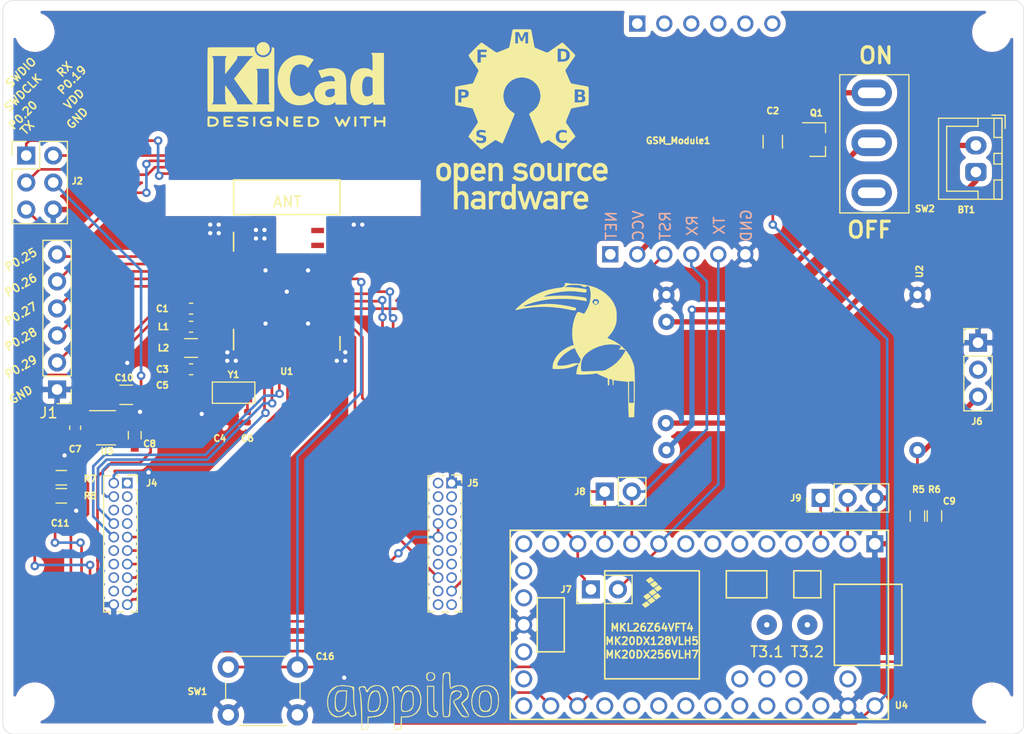
<source format=kicad_pcb>
(kicad_pcb (version 20171130) (host pcbnew 5.1.5-52549c5~84~ubuntu18.04.1)
  (layers (0 F.Cu signal) (31 B.Cu signal) (34 B.Paste user) (35 F.Paste user) (36 B.SilkS user) (37 F.SilkS user) (38 B.Mask user) (39 F.Mask user) (44 Edge.Cuts user))
  (net 0 "")
  (net 1 "Net-(BT1-Pad1)")
  (net 2 GND)
  (net 3 /DEC4)
  (net 4 VDD)
  (net 5 /LFCLK_XL1)
  (net 6 /LFCLK_XL2)
  (net 7 /SWDIO)
  (net 8 /SWDCLK)
  (net 9 /GPIO0)
  (net 10 /CSN)
  (net 11 /SCLK)
  (net 12 /MOSI)
  (net 13 /MISO)
  (net 14 /GPIO3)
  (net 15 /RESET_N)
  (net 16 "Net-(L1-Pad2)")
  (net 17 /DCC)
  (net 18 "Net-(Q1-Pad3)")
  (net 19 /BUTTON\P0.18)
  (net 20 /P0.13)
  (net 21 /P0.29)
  (net 22 /P0.28)
  (net 23 /P0.27)
  (net 24 /P0.26)
  (net 25 /P0.25)
  (net 26 /P0.22)
  (net 27 /LED1\P0.17)
  (net 28 /RESET\P0.21)
  (net 29 "Net-(BT1-Pad2)")
  (net 30 /VBAT)
  (net 31 "Net-(C8-Pad1)")
  (net 32 /VUSB_ADC)
  (net 33 /VBAT_ADC)
  (net 34 "Net-(GSM_Module1-Pad7)")
  (net 35 "Net-(GSM_Module1-Pad8)")
  (net 36 "Net-(GSM_Module1-Pad9)")
  (net 37 "Net-(GSM_Module1-Pad10)")
  (net 38 "Net-(GSM_Module1-Pad11)")
  (net 39 "Net-(GSM_Module1-Pad12)")
  (net 40 "Net-(GSM_Module1-Pad1)")
  (net 41 /SIM800_RST)
  (net 42 /Sheet5E91E9FB/SIM800_RX)
  (net 43 /Sheet5E91E9FB/SIM800_TX)
  (net 44 /DBG_RX)
  (net 45 /DBG_TX)
  (net 46 "Net-(J4-Pad1)")
  (net 47 "Net-(J4-Pad3)")
  (net 48 /PA_EN)
  (net 49 "Net-(J4-Pad5)")
  (net 50 "Net-(J4-Pad6)")
  (net 51 "Net-(J4-Pad7)")
  (net 52 /LNA_EN)
  (net 53 /HGM)
  (net 54 /GPIO2)
  (net 55 "Net-(J4-Pad12)")
  (net 56 "Net-(J4-Pad14)")
  (net 57 "Net-(J4-Pad16)")
  (net 58 "Net-(J4-Pad18)")
  (net 59 "Net-(J5-Pad20)")
  (net 60 "Net-(J5-Pad19)")
  (net 61 "Net-(J5-Pad18)")
  (net 62 "Net-(J5-Pad15)")
  (net 63 "Net-(J5-Pad14)")
  (net 64 "Net-(J5-Pad13)")
  (net 65 "Net-(J5-Pad12)")
  (net 66 "Net-(J5-Pad11)")
  (net 67 "Net-(J5-Pad9)")
  (net 68 "Net-(J5-Pad7)")
  (net 69 "Net-(J5-Pad6)")
  (net 70 "Net-(J5-Pad5)")
  (net 71 "Net-(J5-Pad4)")
  (net 72 "Net-(J5-Pad3)")
  (net 73 "Net-(J5-Pad2)")
  (net 74 /VUSB)
  (net 75 "Net-(J6-Pad2)")
  (net 76 /GSM_RX)
  (net 77 /GSM_TX)
  (net 78 /Sheet5E91E9FB/TSY_RX)
  (net 79 /Sheet5E91E9FB/TSY_TX)
  (net 80 "Net-(SW2-Pad1)")
  (net 81 "Net-(SW2-Pad2)")
  (net 82 "Net-(U1-Pad41)")
  (net 83 "Net-(U1-Pad40)")
  (net 84 "Net-(U4-Pad4)")
  (net 85 "Net-(U4-Pad5)")
  (net 86 "Net-(U4-Pad6)")
  (net 87 "Net-(U4-Pad7)")
  (net 88 "Net-(U4-Pad8)")
  (net 89 "Net-(U4-Pad13)")
  (net 90 "Net-(U4-Pad37)")
  (net 91 "Net-(U4-Pad36)")
  (net 92 "Net-(U4-Pad35)")
  (net 93 "Net-(U4-Pad34)")
  (net 94 "Net-(U4-Pad31)")
  (net 95 "Net-(U4-Pad30)")
  (net 96 "Net-(U4-Pad29)")
  (net 97 "Net-(U4-Pad28)")
  (net 98 "Net-(U4-Pad27)")
  (net 99 "Net-(U4-Pad26)")
  (net 100 "Net-(U4-Pad25)")
  (net 101 "Net-(U4-Pad24)")
  (net 102 "Net-(U4-Pad23)")
  (net 103 "Net-(U4-Pad14)")
  (net 104 "Net-(U4-Pad15)")
  (net 105 "Net-(U4-Pad16)")
  (net 106 "Net-(U4-Pad20)")
  (net 107 "Net-(U4-Pad19)")
  (net 108 "Net-(U4-Pad18)")
  (module sense_fp:KiCad-Logo2_8mm_SilkScreen (layer F.Cu) (at 124.6 104.9)
    (fp_text reference "" hide)
    (fp_text value KiCad-Logo2_8mm_SilkScreen hide)
  )
  (module sense_fp:OSHW1 (layer F.Cu) (at 145.8 108.2)
    (fp_text reference G*** hide)
    (fp_text value LOGO hide)
  )
  (module sense_fp:Appiko_Logo_2 (layer F.Cu) (at 133.3 162.9)
    (fp_text reference G*** hide)
    (fp_text value Appiko_Logo_2 hide)
  )
  (module sense_fp:Appiko_LOGO_img (layer F.Cu) (at 150.8 129.9)
    (fp_text reference G*** hide)
    (fp_text value Appiko_LOGO_img hide)
  )
  (module sense_fp:PinHeader_1x06_P2.54mm_Vertical (layer F.Cu) (at 102.1 133.6 180)
    (fp_text reference J1 (at 0.8 -2.2) (layer F.SilkS))
    (fp_text value Conn_01x06)
    (pad 6 thru_hole oval (at 0 12.7 180) (size 1.7 1.7) (drill 1) (layers *.Cu *.Mask) (net 25 /P0.25))
    (pad 5 thru_hole oval (at 0 10.16 180) (size 1.7 1.7) (drill 1) (layers *.Cu *.Mask) (net 24 /P0.26))
    (pad 4 thru_hole oval (at 0 7.62 180) (size 1.7 1.7) (drill 1) (layers *.Cu *.Mask) (net 23 /P0.27))
    (pad 3 thru_hole oval (at 0 5.08 180) (size 1.7 1.7) (drill 1) (layers *.Cu *.Mask) (net 22 /P0.28))
    (pad 2 thru_hole oval (at 0 2.54 180) (size 1.7 1.7) (drill 1) (layers *.Cu *.Mask) (net 21 /P0.29))
    (pad 1 thru_hole rect (at 0 0 180) (size 1.7 1.7) (drill 1) (layers *.Cu *.Mask) (net 2 GND))
  )
  (module sense_fp:SW_PUSH_6mm (layer F.Cu) (at 124.7 164.2 180)
    (fp_text reference SW1 (at 9.4 2.2) (layer F.SilkS) (effects (font (size 0.6 0.6))))
    (fp_text value SW_SPST)
    (pad 2 thru_hole circle (at 0 4.5 270) (size 2 2) (drill 1.1) (layers *.Cu *.Mask) (net 19 /BUTTON\P0.18))
    (pad 1 thru_hole circle (at 0 0 270) (size 2 2) (drill 1.1) (layers *.Cu *.Mask) (net 2 GND))
    (pad 2 thru_hole circle (at 6.5 4.5 270) (size 2 2) (drill 1.1) (layers *.Cu *.Mask) (net 19 /BUTTON\P0.18))
    (pad 1 thru_hole circle (at 6.5 0 270) (size 2 2) (drill 1.1) (layers *.Cu *.Mask) (net 2 GND))
  )
  (module sense_fp:C_1206_3216Metric (layer F.Cu) (at 108.6 134.1 180)
    (fp_text reference C10 (at 0.2 1.6) (layer F.SilkS) (effects (font (size 0.6 0.6))))
    (fp_text value 22uF)
    (pad 2 smd roundrect (at 1.4 0 180) (size 1.25 1.75) (layers F.Cu F.Paste F.Mask) (roundrect_rratio 0.2) (net 2 GND))
    (pad 1 smd roundrect (at -1.4 0 180) (size 1.25 1.75) (layers F.Cu F.Paste F.Mask) (roundrect_rratio 0.2) (net 4 VDD))
  )
  (module sense_fp:C_0603_HandSoldering (layer F.Cu) (at 109.4 137.9 90)
    (fp_text reference C8 (at -0.8 1.4 180) (layer F.SilkS) (effects (font (size 0.6 0.6))))
    (fp_text value 470pF)
    (pad 1 smd rect (at -0.95 0 90) (size 1.2 0.75) (layers F.Cu F.Paste F.Mask) (net 31 "Net-(C8-Pad1)"))
    (pad 2 smd rect (at 0.95 0 90) (size 1.2 0.75) (layers F.Cu F.Paste F.Mask) (net 2 GND))
  )
  (module sense_fp:C_0603_1608Metric (layer F.Cu) (at 103.8 137.2 270)
    (fp_text reference C7 (at 2 0 180) (layer F.SilkS) (effects (font (size 0.6 0.6))))
    (fp_text value 1uF)
    (pad 2 smd roundrect (at 0.7875 0 270) (size 0.875 0.95) (layers F.Cu F.Paste F.Mask) (net 2 GND))
    (pad 1 smd roundrect (at -0.7875 0 270) (size 0.875 0.95) (layers F.Cu F.Paste F.Mask) (net 30 /VBAT))
  )
  (module sense_fp:JST_XH_B2B-XH-A_1x02_P2.50mm_Vertical (layer F.Cu) (at 188.5 111.9 270)
    (fp_text reference BT1 (at 4.8 0.9 180) (layer F.SilkS) (effects (font (size 0.6 0.6))))
    (fp_text value 2xAA_molex)
    (pad 1 thru_hole roundrect (at 1.25 0 270) (size 1.7 2) (drill 1) (layers *.Cu *.Mask) (net 1 "Net-(BT1-Pad1)"))
    (pad 2 thru_hole oval (at -1.25 0 270) (size 1.7 2) (drill 1) (layers *.Cu *.Mask) (net 29 "Net-(BT1-Pad2)"))
  )
  (module sense_fp:Sim800L_module (layer F.Cu) (at 148.5 123.9 90)
    (fp_text reference GSM_Module1 (at 13.7 12 180) (layer F.SilkS) (effects (font (size 0.6 0.6))))
    (fp_text value SIM800L)
    (fp_text user NET (at 5.715 5.715 270) (layer B.SilkS) (effects (justify mirror)))
    (fp_text user VCC (at 5.715 8.255 90) (layer B.SilkS) (effects (justify mirror)))
    (fp_text user RST (at 5.715 10.795 90) (layer B.SilkS) (effects (justify mirror)))
    (fp_text user RX (at 5.715 13.335 90) (layer B.SilkS) (effects (justify mirror)))
    (fp_text user TX (at 5.715 15.875 90) (layer B.SilkS) (effects (justify mirror)))
    (fp_text user GND (at 5.715 18.415 90) (layer B.SilkS) (effects (justify mirror)))
    (pad 12 thru_hole circle (at 24.71 20.86 90) (size 1.524 1.524) (drill 1) (layers *.Cu *.Mask) (net 39 "Net-(GSM_Module1-Pad12)"))
    (pad 11 thru_hole circle (at 24.71 18.32 90) (size 1.524 1.524) (drill 1) (layers *.Cu *.Mask) (net 38 "Net-(GSM_Module1-Pad11)"))
    (pad 10 thru_hole circle (at 24.71 15.78 90) (size 1.524 1.524) (drill 1) (layers *.Cu *.Mask) (net 37 "Net-(GSM_Module1-Pad10)"))
    (pad 9 thru_hole circle (at 24.71 13.24 90) (size 1.524 1.524) (drill 1) (layers *.Cu *.Mask) (net 36 "Net-(GSM_Module1-Pad9)"))
    (pad 8 thru_hole circle (at 24.71 10.7 90) (size 1.524 1.524) (drill 1) (layers *.Cu *.Mask) (net 35 "Net-(GSM_Module1-Pad8)"))
    (pad 7 thru_hole rect (at 24.71 8.16 90) (size 1.524 1.524) (drill 1) (layers *.Cu *.Mask) (net 34 "Net-(GSM_Module1-Pad7)"))
    (pad 6 thru_hole circle (at 3.01 18.32 90) (size 1.524 1.524) (drill 1) (layers *.Cu *.Mask) (net 2 GND))
    (pad 5 thru_hole circle (at 3.01 15.78 90) (size 1.524 1.524) (drill 1) (layers *.Cu *.Mask) (net 43 /Sheet5E91E9FB/SIM800_TX))
    (pad 4 thru_hole circle (at 3.01 13.24 90) (size 1.524 1.524) (drill 1) (layers *.Cu *.Mask) (net 42 /Sheet5E91E9FB/SIM800_RX))
    (pad 3 thru_hole circle (at 3.01 10.7 90) (size 1.524 1.524) (drill 1) (layers *.Cu *.Mask) (net 41 /SIM800_RST))
    (pad 2 thru_hole circle (at 3.01 8.16 90) (size 1.524 1.524) (drill 1) (layers *.Cu *.Mask) (net 30 /VBAT))
    (pad 1 thru_hole rect (at 3.01 5.62 90) (size 1.524 1.524) (drill 1) (layers *.Cu *.Mask) (net 40 "Net-(GSM_Module1-Pad1)"))
  )
  (module sense_fp:Teensy30_31_32_LC (layer F.Cu) (at 162.49 155.73 180)
    (fp_text reference U4 (at -19.01 -7.57) (layer F.SilkS) (effects (font (size 0.6 0.6))))
    (fp_text value Teensy3.2)
    (fp_text user MK20DX128VLH5 (at 4.445 -1.524) (layer F.SilkS) (effects (font (size 0.7 0.7))))
    (fp_text user MKL26Z64VFT4 (at 4.445 -0.254) (layer F.SilkS) (effects (font (size 0.7 0.7))))
    (fp_text user MK20DX256VLH7 (at 4.445 -2.794) (layer F.SilkS) (effects (font (size 0.7 0.7))))
    (fp_text user T3.1 (at -6.35 -2.54 180) (layer F.SilkS))
    (fp_text user T3.2 (at -10.16 -2.54 180) (layer F.SilkS))
    (pad 52 thru_hole circle (at -10.16 0 180) (size 1.9 1.9) (drill 0.5) (layers *.Cu *.Mask))
    (pad 52 thru_hole circle (at -6.35 0 180) (size 1.9 1.9) (drill 0.5) (layers *.Cu *.Mask))
    (pad 1 thru_hole rect (at -16.51 7.62 180) (size 1.6 1.6) (drill 1.1) (layers *.Cu *.Mask) (net 2 GND))
    (pad 2 thru_hole circle (at -13.97 7.62 180) (size 1.6 1.6) (drill 1.1) (layers *.Cu *.Mask) (net 78 /Sheet5E91E9FB/TSY_RX))
    (pad 3 thru_hole circle (at -11.43 7.62 180) (size 1.6 1.6) (drill 1.1) (layers *.Cu *.Mask) (net 79 /Sheet5E91E9FB/TSY_TX))
    (pad 4 thru_hole circle (at -8.89 7.62 180) (size 1.6 1.6) (drill 1.1) (layers *.Cu *.Mask) (net 84 "Net-(U4-Pad4)"))
    (pad 5 thru_hole circle (at -6.35 7.62 180) (size 1.6 1.6) (drill 1.1) (layers *.Cu *.Mask) (net 85 "Net-(U4-Pad5)"))
    (pad 6 thru_hole circle (at -3.81 7.62 180) (size 1.6 1.6) (drill 1.1) (layers *.Cu *.Mask) (net 86 "Net-(U4-Pad6)"))
    (pad 7 thru_hole circle (at -1.27 7.62 180) (size 1.6 1.6) (drill 1.1) (layers *.Cu *.Mask) (net 87 "Net-(U4-Pad7)"))
    (pad 8 thru_hole circle (at 1.27 7.62 180) (size 1.6 1.6) (drill 1.1) (layers *.Cu *.Mask) (net 88 "Net-(U4-Pad8)"))
    (pad 9 thru_hole circle (at 3.81 7.62 180) (size 1.6 1.6) (drill 1.1) (layers *.Cu *.Mask) (net 43 /Sheet5E91E9FB/SIM800_TX))
    (pad 10 thru_hole circle (at 6.35 7.62 180) (size 1.6 1.6) (drill 1.1) (layers *.Cu *.Mask) (net 42 /Sheet5E91E9FB/SIM800_RX))
    (pad 11 thru_hole circle (at 8.89 7.62 180) (size 1.6 1.6) (drill 1.1) (layers *.Cu *.Mask) (net 77 /GSM_TX))
    (pad 12 thru_hole circle (at 11.43 7.62 180) (size 1.6 1.6) (drill 1.1) (layers *.Cu *.Mask) (net 76 /GSM_RX))
    (pad 13 thru_hole circle (at 13.97 7.62 180) (size 1.6 1.6) (drill 1.1) (layers *.Cu *.Mask) (net 89 "Net-(U4-Pad13)"))
    (pad 37 thru_hole circle (at -3.81 -5.08 180) (size 1.6 1.6) (drill 1.1) (layers *.Cu *.Mask) (net 90 "Net-(U4-Pad37)"))
    (pad 36 thru_hole circle (at -6.35 -5.08 180) (size 1.6 1.6) (drill 1.1) (layers *.Cu *.Mask) (net 91 "Net-(U4-Pad36)"))
    (pad 35 thru_hole circle (at -8.89 -5.08 180) (size 1.6 1.6) (drill 1.1) (layers *.Cu *.Mask) (net 92 "Net-(U4-Pad35)"))
    (pad 34 thru_hole circle (at -13.97 -5.08 180) (size 1.6 1.6) (drill 1.1) (layers *.Cu *.Mask) (net 93 "Net-(U4-Pad34)"))
    (pad 33 thru_hole circle (at -16.51 -7.62 180) (size 1.6 1.6) (drill 1.1) (layers *.Cu *.Mask) (net 30 /VBAT))
    (pad 32 thru_hole circle (at -13.97 -7.62 180) (size 1.6 1.6) (drill 1.1) (layers *.Cu *.Mask) (net 2 GND))
    (pad 31 thru_hole circle (at -11.43 -7.62 180) (size 1.6 1.6) (drill 1.1) (layers *.Cu *.Mask) (net 94 "Net-(U4-Pad31)"))
    (pad 30 thru_hole circle (at -8.89 -7.62 180) (size 1.6 1.6) (drill 1.1) (layers *.Cu *.Mask) (net 95 "Net-(U4-Pad30)"))
    (pad 29 thru_hole circle (at -6.35 -7.62 180) (size 1.6 1.6) (drill 1.1) (layers *.Cu *.Mask) (net 96 "Net-(U4-Pad29)"))
    (pad 28 thru_hole circle (at -3.81 -7.62 180) (size 1.6 1.6) (drill 1.1) (layers *.Cu *.Mask) (net 97 "Net-(U4-Pad28)"))
    (pad 27 thru_hole circle (at -1.27 -7.62 180) (size 1.6 1.6) (drill 1.1) (layers *.Cu *.Mask) (net 98 "Net-(U4-Pad27)"))
    (pad 26 thru_hole circle (at 1.27 -7.62 180) (size 1.6 1.6) (drill 1.1) (layers *.Cu *.Mask) (net 99 "Net-(U4-Pad26)"))
    (pad 25 thru_hole circle (at 3.81 -7.62 180) (size 1.6 1.6) (drill 1.1) (layers *.Cu *.Mask) (net 100 "Net-(U4-Pad25)"))
    (pad 24 thru_hole circle (at 6.35 -7.62 180) (size 1.6 1.6) (drill 1.1) (layers *.Cu *.Mask) (net 101 "Net-(U4-Pad24)"))
    (pad 23 thru_hole circle (at 8.89 -7.62 180) (size 1.6 1.6) (drill 1.1) (layers *.Cu *.Mask) (net 102 "Net-(U4-Pad23)"))
    (pad 22 thru_hole circle (at 11.43 -7.62 180) (size 1.6 1.6) (drill 1.1) (layers *.Cu *.Mask) (net 32 /VUSB_ADC))
    (pad 21 thru_hole circle (at 13.97 -7.62 180) (size 1.6 1.6) (drill 1.1) (layers *.Cu *.Mask) (net 33 /VBAT_ADC))
    (pad 14 thru_hole circle (at 16.51 7.62 180) (size 1.6 1.6) (drill 1.1) (layers *.Cu *.Mask) (net 103 "Net-(U4-Pad14)"))
    (pad 15 thru_hole circle (at 16.51 5.08 180) (size 1.6 1.6) (drill 1.1) (layers *.Cu *.Mask) (net 104 "Net-(U4-Pad15)"))
    (pad 16 thru_hole circle (at 16.51 2.54 180) (size 1.6 1.6) (drill 1.1) (layers *.Cu *.Mask) (net 105 "Net-(U4-Pad16)"))
    (pad 20 thru_hole circle (at 16.51 -7.62 180) (size 1.6 1.6) (drill 1.1) (layers *.Cu *.Mask) (net 106 "Net-(U4-Pad20)"))
    (pad 19 thru_hole circle (at 16.51 -5.08 180) (size 1.6 1.6) (drill 1.1) (layers *.Cu *.Mask) (net 107 "Net-(U4-Pad19)"))
    (pad 18 thru_hole circle (at 16.51 -2.54 180) (size 1.6 1.6) (drill 1.1) (layers *.Cu *.Mask) (net 108 "Net-(U4-Pad18)"))
    (pad 17 thru_hole circle (at 16.51 0 180) (size 1.6 1.6) (drill 1.1) (layers *.Cu *.Mask) (net 2 GND))
  )
  (module sense_fp:SOT-23-5 (layer F.Cu) (at 106.7 137.2)
    (fp_text reference U3 (at 0.1 2.2) (layer F.SilkS) (effects (font (size 0.6 0.6))))
    (fp_text value MIC5219-3.3YM5)
    (pad 5 smd rect (at 1.1 -0.95) (size 1.06 0.65) (layers F.Cu F.Paste F.Mask) (net 4 VDD))
    (pad 4 smd rect (at 1.1 0.95) (size 1.06 0.65) (layers F.Cu F.Paste F.Mask) (net 31 "Net-(C8-Pad1)"))
    (pad 3 smd rect (at -1.1 0.95) (size 1.06 0.65) (layers F.Cu F.Paste F.Mask) (net 30 /VBAT))
    (pad 2 smd rect (at -1.1 0) (size 1.06 0.65) (layers F.Cu F.Paste F.Mask) (net 2 GND))
    (pad 1 smd rect (at -1.1 -0.95) (size 1.06 0.65) (layers F.Cu F.Paste F.Mask) (net 30 /VBAT))
  )
  (module sense_fp:TP4056_module (layer F.Cu) (at 171.2 132 180)
    (fp_text reference U2 (at -12 9.5 270) (layer F.SilkS) (effects (font (size 0.6 0.6))))
    (fp_text value TP4056_module)
    (pad 6 thru_hole circle (at 11.8 7.3 180) (size 1.524 1.524) (drill 0.762) (layers *.Cu *.Mask) (net 2 GND))
    (pad 5 thru_hole circle (at 11.8 4.76 180) (size 1.524 1.524) (drill 0.762) (layers *.Cu *.Mask) (net 29 "Net-(BT1-Pad2)"))
    (pad 4 thru_hole circle (at 11.85 -4.76 180) (size 1.524 1.524) (drill 0.762) (layers *.Cu *.Mask) (net 1 "Net-(BT1-Pad1)"))
    (pad 3 thru_hole circle (at 11.8 -7.3 180) (size 1.524 1.524) (drill 0.762) (layers *.Cu *.Mask) (net 81 "Net-(SW2-Pad2)"))
    (pad 2 thru_hole circle (at -11.8 7.3 180) (size 1.524 1.524) (drill 0.762) (layers *.Cu *.Mask) (net 2 GND))
    (pad 1 thru_hole circle (at -11.8 -7.3 180) (size 1.524 1.524) (drill 0.762) (layers *.Cu *.Mask) (net 74 /VUSB))
  )
  (module sense_fp:R_0603_HandSoldering (layer F.Cu) (at 102.5 143.6 180)
    (fp_text reference R8 (at -2.7 0) (layer F.SilkS) (effects (font (size 0.6 0.6))))
    (fp_text value 10k)
    (pad 1 smd rect (at -1.1 0 180) (size 1.2 0.9) (layers F.Cu F.Paste F.Mask) (net 2 GND))
    (pad 2 smd rect (at 1.1 0 180) (size 1.2 0.9) (layers F.Cu F.Paste F.Mask) (net 33 /VBAT_ADC))
  )
  (module sense_fp:R_0603_HandSoldering (layer F.Cu) (at 102.5 141.9)
    (fp_text reference R7 (at 2.7 0.1) (layer F.SilkS) (effects (font (size 0.6 0.6))))
    (fp_text value 10k)
    (pad 1 smd rect (at -1.1 0) (size 1.2 0.9) (layers F.Cu F.Paste F.Mask) (net 33 /VBAT_ADC))
    (pad 2 smd rect (at 1.1 0) (size 1.2 0.9) (layers F.Cu F.Paste F.Mask) (net 30 /VBAT))
  )
  (module sense_fp:R_0603_HandSoldering (layer F.Cu) (at 184.6 145.5 270)
    (fp_text reference R6 (at -2.5 0 180) (layer F.SilkS) (effects (font (size 0.6 0.6))))
    (fp_text value 10k)
    (pad 1 smd rect (at -1.1 0 270) (size 1.2 0.9) (layers F.Cu F.Paste F.Mask) (net 2 GND))
    (pad 2 smd rect (at 1.1 0 270) (size 1.2 0.9) (layers F.Cu F.Paste F.Mask) (net 32 /VUSB_ADC))
  )
  (module sense_fp:R_0603_HandSoldering (layer F.Cu) (at 183 145.5 90)
    (fp_text reference R5 (at 2.5 0.1 180) (layer F.SilkS) (effects (font (size 0.6 0.6))))
    (fp_text value 10k)
    (pad 1 smd rect (at -1.1 0 90) (size 1.2 0.9) (layers F.Cu F.Paste F.Mask) (net 32 /VUSB_ADC))
    (pad 2 smd rect (at 1.1 0 90) (size 1.2 0.9) (layers F.Cu F.Paste F.Mask) (net 74 /VUSB))
  )
  (module sense_fp:PinHeader_1x03_P2.54mm_Vertical (layer F.Cu) (at 173.9 143.8 90)
    (fp_text reference J9 (at 0 -2.33 180) (layer F.SilkS) (effects (font (size 0.6 0.6))))
    (fp_text value Conn_01x03)
    (pad 3 thru_hole oval (at 0 5.08 90) (size 1.7 1.7) (drill 1) (layers *.Cu *.Mask) (net 2 GND))
    (pad 2 thru_hole oval (at 0 2.54 90) (size 1.7 1.7) (drill 1) (layers *.Cu *.Mask) (net 78 /Sheet5E91E9FB/TSY_RX))
    (pad 1 thru_hole rect (at 0 0 90) (size 1.7 1.7) (drill 1) (layers *.Cu *.Mask) (net 79 /Sheet5E91E9FB/TSY_TX))
  )
  (module sense_fp:PinHeader_1x02_P2.54mm_Vertical (layer F.Cu) (at 153.6 143.2 90)
    (fp_text reference J8 (at 0 -2.33 180) (layer F.SilkS) (effects (font (size 0.6 0.6))))
    (fp_text value Conn_01x02)
    (pad 2 thru_hole oval (at 0 2.54 90) (size 1.7 1.7) (drill 1) (layers *.Cu *.Mask) (net 42 /Sheet5E91E9FB/SIM800_RX))
    (pad 1 thru_hole rect (at 0 0 90) (size 1.7 1.7) (drill 1) (layers *.Cu *.Mask) (net 77 /GSM_TX))
  )
  (module sense_fp:PinHeader_1x02_P2.54mm_Vertical (layer F.Cu) (at 152.3 152.4 90)
    (fp_text reference J7 (at 0 -2.33 180) (layer F.SilkS) (effects (font (size 0.6 0.6))))
    (fp_text value Conn_01x02)
    (pad 2 thru_hole oval (at 0 2.54 90) (size 1.7 1.7) (drill 1) (layers *.Cu *.Mask) (net 43 /Sheet5E91E9FB/SIM800_TX))
    (pad 1 thru_hole rect (at 0 0 90) (size 1.7 1.7) (drill 1) (layers *.Cu *.Mask) (net 76 /GSM_RX))
  )
  (module sense_fp:PinHeader_1x03_P2.54mm_Vertical (layer F.Cu) (at 188.7 129.2)
    (fp_text reference J6 (at -0.1 7.4) (layer F.SilkS) (effects (font (size 0.6 0.6))))
    (fp_text value Conn_01x03)
    (pad 3 thru_hole oval (at 0 5.08) (size 1.7 1.7) (drill 1) (layers *.Cu *.Mask) (net 74 /VUSB))
    (pad 2 thru_hole oval (at 0 2.54) (size 1.7 1.7) (drill 1) (layers *.Cu *.Mask) (net 75 "Net-(J6-Pad2)"))
    (pad 1 thru_hole rect (at 0 0) (size 1.7 1.7) (drill 1) (layers *.Cu *.Mask) (net 2 GND))
  )
  (module sense_fp:C_0402_1005Metric (layer F.Cu) (at 102.4 145 180)
    (fp_text reference C11 (at 0 -1.17) (layer F.SilkS) (effects (font (size 0.6 0.6))))
    (fp_text value 0.1nF)
    (pad 2 smd roundrect (at 0.485 0 180) (size 0.59 0.64) (layers F.Cu F.Paste F.Mask) (net 33 /VBAT_ADC))
    (pad 1 smd roundrect (at -0.485 0 180) (size 0.59 0.64) (layers F.Cu F.Paste F.Mask) (net 2 GND))
  )
  (module sense_fp:C_0402_1005Metric (layer F.Cu) (at 186 145.7 270)
    (fp_text reference C9 (at -1.6 0 180) (layer F.SilkS) (effects (font (size 0.6 0.6))))
    (fp_text value 0.1nF)
    (pad 2 smd roundrect (at 0.485 0 270) (size 0.59 0.64) (layers F.Cu F.Paste F.Mask) (net 32 /VUSB_ADC))
    (pad 1 smd roundrect (at -0.485 0 270) (size 0.59 0.64) (layers F.Cu F.Paste F.Mask) (net 2 GND))
  )
  (module sense_fp:C_0603_1608Metric (layer F.Cu) (at 114.7 126)
    (fp_text reference C1 (at -2.7 0) (layer F.SilkS) (effects (font (size 0.6 0.6))))
    (fp_text value 1uF)
    (pad 2 smd roundrect (at 0.7875 0) (size 0.875 0.95) (layers F.Cu F.Paste F.Mask) (net 3 /DEC4))
    (pad 1 smd roundrect (at -0.7875 0) (size 0.875 0.95) (layers F.Cu F.Paste F.Mask) (net 2 GND))
  )
  (module sense_fp:C_1206_3216Metric (layer F.Cu) (at 169.4 110.3 90)
    (fp_text reference C2 (at 2.9 0 180) (layer F.SilkS) (effects (font (size 0.6 0.6))))
    (fp_text value 22uF)
    (pad 1 smd roundrect (at -1.4 0 90) (size 1.25 1.75) (layers F.Cu F.Paste F.Mask) (roundrect_rratio 0.2) (net 30 /VBAT))
    (pad 2 smd roundrect (at 1.4 0 90) (size 1.25 1.75) (layers F.Cu F.Paste F.Mask) (roundrect_rratio 0.2) (net 2 GND))
  )
  (module sense_fp:C_0603_1608Metric (layer F.Cu) (at 114.7 131.7)
    (fp_text reference C3 (at -2.7 0) (layer F.SilkS) (effects (font (size 0.6 0.6))))
    (fp_text value 1uF)
    (pad 1 smd roundrect (at -0.7875 0) (size 0.875 0.95) (layers F.Cu F.Paste F.Mask) (net 2 GND))
    (pad 2 smd roundrect (at 0.7875 0) (size 0.875 0.95) (layers F.Cu F.Paste F.Mask) (net 4 VDD))
  )
  (module sense_fp:C_0402_1005Metric (layer F.Cu) (at 117.4 136.2 90)
    (fp_text reference C4 (at -2 0 180) (layer F.SilkS) (effects (font (size 0.6 0.6))))
    (fp_text value 8pF)
    (pad 1 smd roundrect (at -0.485 0 90) (size 0.59 0.64) (layers F.Cu F.Paste F.Mask) (net 2 GND))
    (pad 2 smd roundrect (at 0.485 0 90) (size 0.59 0.64) (layers F.Cu F.Paste F.Mask) (net 5 /LFCLK_XL1))
  )
  (module sense_fp:C_0402_1005Metric (layer F.Cu) (at 114.7 133.2)
    (fp_text reference C5 (at -2.7 0) (layer F.SilkS) (effects (font (size 0.6 0.6))))
    (fp_text value 0.1uF)
    (pad 2 smd roundrect (at 0.485 0) (size 0.59 0.64) (layers F.Cu F.Paste F.Mask) (net 4 VDD))
    (pad 1 smd roundrect (at -0.485 0) (size 0.59 0.64) (layers F.Cu F.Paste F.Mask) (net 2 GND))
  )
  (module sense_fp:C_0402_1005Metric (layer F.Cu) (at 120 136.2 90)
    (fp_text reference C6 (at -2 0 180) (layer F.SilkS) (effects (font (size 0.6 0.6))))
    (fp_text value 8pF)
    (pad 2 smd roundrect (at 0.485 0 90) (size 0.59 0.64) (layers F.Cu F.Paste F.Mask) (net 6 /LFCLK_XL2))
    (pad 1 smd roundrect (at -0.485 0 90) (size 0.59 0.64) (layers F.Cu F.Paste F.Mask) (net 2 GND))
  )
  (module sense_fp:C_0402_1005Metric (layer F.Cu) (at 127.3 159.7 180)
    (fp_text reference C16 (at 0 1) (layer F.SilkS) (effects (font (size 0.6 0.6))))
    (fp_text value 0.1nF)
    (pad 1 smd roundrect (at -0.485 0 180) (size 0.59 0.64) (layers F.Cu F.Paste F.Mask) (net 2 GND))
    (pad 2 smd roundrect (at 0.485 0 180) (size 0.59 0.64) (layers F.Cu F.Paste F.Mask) (net 19 /BUTTON\P0.18))
  )
  (module sense_fp:PinHeader_2x03_P2.54mm_Vertical (layer F.Cu) (at 99.2 111.6)
    (fp_text reference J2 (at 4.8 2.4) (layer F.SilkS) (effects (font (size 0.6 0.6))))
    (fp_text value Conn_02x03_Odd_Even)
    (pad 1 thru_hole rect (at 0 0) (size 1.7 1.7) (drill 1) (layers *.Cu *.Mask) (net 7 /SWDIO))
    (pad 2 thru_hole oval (at 2.54 0) (size 1.7 1.7) (drill 1) (layers *.Cu *.Mask) (net 44 /DBG_RX))
    (pad 3 thru_hole oval (at 0 2.54) (size 1.7 1.7) (drill 1) (layers *.Cu *.Mask) (net 8 /SWDCLK))
    (pad 4 thru_hole oval (at 2.54 2.54) (size 1.7 1.7) (drill 1) (layers *.Cu *.Mask) (net 4 VDD))
    (pad 5 thru_hole oval (at 0 5.08) (size 1.7 1.7) (drill 1) (layers *.Cu *.Mask) (net 45 /DBG_TX))
    (pad 6 thru_hole oval (at 2.54 5.08) (size 1.7 1.7) (drill 1) (layers *.Cu *.Mask) (net 2 GND))
  )
  (module Connector_PinSocket_1.27mm:PinSocket_2x10_P1.27mm_Vertical (layer F.Cu) (at 108.7 142.4)
    (fp_text reference J4 (at 2.3 0) (layer F.SilkS) (effects (font (size 0.6 0.6))))
    (fp_text value Conn_02x10_Odd_Even)
    (pad 1 thru_hole rect (at 0 0) (size 1 1) (drill 0.7) (layers *.Cu *.Mask) (net 46 "Net-(J4-Pad1)"))
    (pad 2 thru_hole oval (at -1.27 0) (size 1 1) (drill 0.7) (layers *.Cu *.Mask) (net 2 GND))
    (pad 3 thru_hole oval (at 0 1.27) (size 1 1) (drill 0.7) (layers *.Cu *.Mask) (net 47 "Net-(J4-Pad3)"))
    (pad 4 thru_hole oval (at -1.27 1.27) (size 1 1) (drill 0.7) (layers *.Cu *.Mask) (net 48 /PA_EN))
    (pad 5 thru_hole oval (at 0 2.54) (size 1 1) (drill 0.7) (layers *.Cu *.Mask) (net 49 "Net-(J4-Pad5)"))
    (pad 6 thru_hole oval (at -1.27 2.54) (size 1 1) (drill 0.7) (layers *.Cu *.Mask) (net 50 "Net-(J4-Pad6)"))
    (pad 7 thru_hole oval (at 0 3.81) (size 1 1) (drill 0.7) (layers *.Cu *.Mask) (net 51 "Net-(J4-Pad7)"))
    (pad 8 thru_hole oval (at -1.27 3.81) (size 1 1) (drill 0.7) (layers *.Cu *.Mask) (net 52 /LNA_EN))
    (pad 9 thru_hole oval (at 0 5.08) (size 1 1) (drill 0.7) (layers *.Cu *.Mask) (net 9 /GPIO0))
    (pad 10 thru_hole oval (at -1.27 5.08) (size 1 1) (drill 0.7) (layers *.Cu *.Mask) (net 53 /HGM))
    (pad 11 thru_hole oval (at 0 6.35) (size 1 1) (drill 0.7) (layers *.Cu *.Mask) (net 54 /GPIO2))
    (pad 12 thru_hole oval (at -1.27 6.35) (size 1 1) (drill 0.7) (layers *.Cu *.Mask) (net 55 "Net-(J4-Pad12)"))
    (pad 13 thru_hole oval (at 0 7.62) (size 1 1) (drill 0.7) (layers *.Cu *.Mask) (net 10 /CSN))
    (pad 14 thru_hole oval (at -1.27 7.62) (size 1 1) (drill 0.7) (layers *.Cu *.Mask) (net 56 "Net-(J4-Pad14)"))
    (pad 15 thru_hole oval (at 0 8.89) (size 1 1) (drill 0.7) (layers *.Cu *.Mask) (net 11 /SCLK))
    (pad 16 thru_hole oval (at -1.27 8.89) (size 1 1) (drill 0.7) (layers *.Cu *.Mask) (net 57 "Net-(J4-Pad16)"))
    (pad 17 thru_hole oval (at 0 10.16) (size 1 1) (drill 0.7) (layers *.Cu *.Mask) (net 12 /MOSI))
    (pad 18 thru_hole oval (at -1.27 10.16) (size 1 1) (drill 0.7) (layers *.Cu *.Mask) (net 58 "Net-(J4-Pad18)"))
    (pad 19 thru_hole oval (at 0 11.43) (size 1 1) (drill 0.7) (layers *.Cu *.Mask) (net 13 /MISO))
    (pad 20 thru_hole oval (at -1.27 11.43) (size 1 1) (drill 0.7) (layers *.Cu *.Mask) (net 2 GND))
  )
  (module Connector_PinSocket_1.27mm:PinSocket_2x10_P1.27mm_Vertical (layer F.Cu) (at 139.2 142.4)
    (fp_text reference J5 (at 2 0) (layer F.SilkS) (effects (font (size 0.6 0.6))))
    (fp_text value Conn_02x10_Odd_Even)
    (pad 20 thru_hole oval (at -1.27 11.43) (size 1 1) (drill 0.7) (layers *.Cu *.Mask) (net 59 "Net-(J5-Pad20)"))
    (pad 19 thru_hole oval (at 0 11.43) (size 1 1) (drill 0.7) (layers *.Cu *.Mask) (net 60 "Net-(J5-Pad19)"))
    (pad 18 thru_hole oval (at -1.27 10.16) (size 1 1) (drill 0.7) (layers *.Cu *.Mask) (net 61 "Net-(J5-Pad18)"))
    (pad 17 thru_hole oval (at 0 10.16) (size 1 1) (drill 0.7) (layers *.Cu *.Mask) (net 14 /GPIO3))
    (pad 16 thru_hole oval (at -1.27 8.89) (size 1 1) (drill 0.7) (layers *.Cu *.Mask) (net 15 /RESET_N))
    (pad 15 thru_hole oval (at 0 8.89) (size 1 1) (drill 0.7) (layers *.Cu *.Mask) (net 62 "Net-(J5-Pad15)"))
    (pad 14 thru_hole oval (at -1.27 7.62) (size 1 1) (drill 0.7) (layers *.Cu *.Mask) (net 63 "Net-(J5-Pad14)"))
    (pad 13 thru_hole oval (at 0 7.62) (size 1 1) (drill 0.7) (layers *.Cu *.Mask) (net 64 "Net-(J5-Pad13)"))
    (pad 12 thru_hole oval (at -1.27 6.35) (size 1 1) (drill 0.7) (layers *.Cu *.Mask) (net 65 "Net-(J5-Pad12)"))
    (pad 11 thru_hole oval (at 0 6.35) (size 1 1) (drill 0.7) (layers *.Cu *.Mask) (net 66 "Net-(J5-Pad11)"))
    (pad 10 thru_hole oval (at -1.27 5.08) (size 1 1) (drill 0.7) (layers *.Cu *.Mask) (net 4 VDD))
    (pad 9 thru_hole oval (at 0 5.08) (size 1 1) (drill 0.7) (layers *.Cu *.Mask) (net 67 "Net-(J5-Pad9)"))
    (pad 8 thru_hole oval (at -1.27 3.81) (size 1 1) (drill 0.7) (layers *.Cu *.Mask) (net 4 VDD))
    (pad 7 thru_hole oval (at 0 3.81) (size 1 1) (drill 0.7) (layers *.Cu *.Mask) (net 68 "Net-(J5-Pad7)"))
    (pad 6 thru_hole oval (at -1.27 2.54) (size 1 1) (drill 0.7) (layers *.Cu *.Mask) (net 69 "Net-(J5-Pad6)"))
    (pad 5 thru_hole oval (at 0 2.54) (size 1 1) (drill 0.7) (layers *.Cu *.Mask) (net 70 "Net-(J5-Pad5)"))
    (pad 4 thru_hole oval (at -1.27 1.27) (size 1 1) (drill 0.7) (layers *.Cu *.Mask) (net 71 "Net-(J5-Pad4)"))
    (pad 3 thru_hole oval (at 0 1.27) (size 1 1) (drill 0.7) (layers *.Cu *.Mask) (net 72 "Net-(J5-Pad3)"))
    (pad 2 thru_hole oval (at -1.27 0) (size 1 1) (drill 0.7) (layers *.Cu *.Mask) (net 73 "Net-(J5-Pad2)"))
    (pad 1 thru_hole rect (at 0 0) (size 1 1) (drill 0.7) (layers *.Cu *.Mask) (net 2 GND))
  )
  (module sense_fp:C_0603_1608Metric (layer F.Cu) (at 114.7 127.7 180)
    (fp_text reference L1 (at 2.6 0) (layer F.SilkS) (effects (font (size 0.6 0.6))))
    (fp_text value 18nH)
    (pad 1 smd roundrect (at -0.7875 0 180) (size 0.875 0.95) (layers F.Cu F.Paste F.Mask) (net 3 /DEC4))
    (pad 2 smd roundrect (at 0.7875 0 180) (size 0.875 0.95) (layers F.Cu F.Paste F.Mask) (net 16 "Net-(L1-Pad2)"))
  )
  (module sense_fp:L_0805 (layer F.Cu) (at 114.7 129.7)
    (fp_text reference L2 (at -2.6 0) (layer F.SilkS) (effects (font (size 0.6 0.6))))
    (fp_text value 10uH)
    (pad 1 smd rect (at -0.95 0) (size 0.7 1.3) (layers F.Cu F.Paste F.Mask) (net 16 "Net-(L1-Pad2)"))
    (pad 2 smd rect (at 0.95 0) (size 0.7 1.3) (layers F.Cu F.Paste F.Mask) (net 17 /DCC))
  )
  (module sense_fp:MountingHole_2.7mm_M2.5 (layer F.Cu) (at 100 100)
    (fp_text reference MK1 hide)
    (fp_text value Mounting_Hole)
    (pad 1 np_thru_hole circle (at 0 0) (size 2.7 2.7) (drill 2.7) (layers *.Cu *.Mask))
  )
  (module sense_fp:MountingHole_2.7mm_M2.5 (layer F.Cu) (at 100 163)
    (fp_text reference MK2 hide)
    (fp_text value Mounting_Hole)
    (pad 1 np_thru_hole circle (at 0 0) (size 2.7 2.7) (drill 2.7) (layers *.Cu *.Mask))
  )
  (module sense_fp:MountingHole_2.7mm_M2.5 (layer F.Cu) (at 190 163)
    (fp_text reference MK3 hide)
    (fp_text value Mounting_Hole)
    (pad 1 np_thru_hole circle (at 0 0) (size 2.7 2.7) (drill 2.7) (layers *.Cu *.Mask))
  )
  (module sense_fp:MountingHole_2.7mm_M2.5 (layer F.Cu) (at 190 100)
    (fp_text reference MK4 hide)
    (fp_text value Mounting_Hole)
    (pad 1 np_thru_hole circle (at 0 0) (size 2.7 2.7) (drill 2.7) (layers *.Cu *.Mask))
  )
  (module sense_fp:SOT-23 (layer F.Cu) (at 173.6 110.1)
    (fp_text reference Q1 (at -0.1 -2.5 180) (layer F.SilkS) (effects (font (size 0.6 0.6))))
    (fp_text value IRLML6401)
    (pad 1 smd rect (at -1 -0.95) (size 0.9 0.8) (layers F.Cu F.Paste F.Mask) (net 2 GND))
    (pad 2 smd rect (at -1 0.95) (size 0.9 0.8) (layers F.Cu F.Paste F.Mask) (net 30 /VBAT))
    (pad 3 smd rect (at 1 0) (size 0.9 0.8) (layers F.Cu F.Paste F.Mask) (net 18 "Net-(Q1-Pad3)"))
  )
  (module sense_fp:SlideSwitch_1P2T_Straight (layer F.Cu) (at 178.7 110.4 90)
    (fp_text reference SW2 (at -6.2 5 180) (layer F.SilkS) (effects (font (size 0.6 0.6))))
    (fp_text value Slider_Switch_SW_2_State)
    (pad 1 thru_hole oval (at -4.7 0 90) (size 2.5 3.8) (drill oval 1 2.6) (layers *.Cu *.Mask) (net 80 "Net-(SW2-Pad1)"))
    (pad 2 thru_hole oval (at 0 0 90) (size 2.5 3.8) (drill oval 1 2.6) (layers *.Cu *.Mask) (net 81 "Net-(SW2-Pad2)"))
    (pad 3 thru_hole oval (at 4.7 0 90) (size 2.5 3.8) (drill oval 1 2.6) (layers *.Cu *.Mask) (net 18 "Net-(Q1-Pad3)"))
  )
  (module sense_fp:mdbt42Q (layer F.Cu) (at 123.7 123.4)
    (fp_text reference U1 (at 0 8.5 -180) (layer F.SilkS) (effects (font (size 0.6 0.6))))
    (fp_text value MDBT42Q hide)
    (fp_text user ANT (at 0.05 -7.45) (layer F.SilkS))
    (pad 41 smd rect (at 2.9 -3.35) (size 1.2 0.5) (layers F.Cu F.Paste F.Mask) (net 82 "Net-(U1-Pad41)"))
    (pad 40 smd rect (at 2.9 -4.75) (size 1.2 0.5) (layers F.Cu F.Paste F.Mask) (net 83 "Net-(U1-Pad40)"))
    (pad 39 smd rect (at 4.75 -5.3) (size 1.6 0.9) (layers F.Cu F.Paste F.Mask) (net 2 GND))
    (pad 38 smd rect (at 4.75 -4.4) (size 1.6 0.5) (layers F.Cu F.Paste F.Mask) (net 26 /P0.22))
    (pad 37 smd rect (at 4.75 -3.7) (size 1.6 0.5) (layers F.Cu F.Paste F.Mask) (net 7 /SWDIO))
    (pad 36 smd rect (at 4.75 -3) (size 1.6 0.5) (layers F.Cu F.Paste F.Mask) (net 8 /SWDCLK))
    (pad 35 smd rect (at 4.75 -2.3) (size 1.6 0.5) (layers F.Cu F.Paste F.Mask) (net 28 /RESET\P0.21))
    (pad 34 smd rect (at 4.75 -1.6) (size 1.6 0.5) (layers F.Cu F.Paste F.Mask) (net 45 /DBG_TX))
    (pad 33 smd rect (at 4.75 -0.9) (size 1.6 0.5) (layers F.Cu F.Paste F.Mask) (net 44 /DBG_RX))
    (pad 32 smd rect (at 4.75 -0.2) (size 1.6 0.5) (layers F.Cu F.Paste F.Mask) (net 19 /BUTTON\P0.18))
    (pad 31 smd rect (at 4.75 0.5) (size 1.6 0.5) (layers F.Cu F.Paste F.Mask) (net 27 /LED1\P0.17))
    (pad 30 smd rect (at 4.75 1.2) (size 1.6 0.5) (layers F.Cu F.Paste F.Mask) (net 77 /GSM_TX))
    (pad 29 smd rect (at 4.75 1.9) (size 1.6 0.5) (layers F.Cu F.Paste F.Mask) (net 76 /GSM_RX))
    (pad 28 smd rect (at 4.75 2.6) (size 1.6 0.5) (layers F.Cu F.Paste F.Mask) (net 41 /SIM800_RST))
    (pad 27 smd rect (at 4.75 3.3) (size 1.6 0.5) (layers F.Cu F.Paste F.Mask) (net 20 /P0.13))
    (pad 26 smd rect (at 4.75 4) (size 1.6 0.5) (layers F.Cu F.Paste F.Mask) (net 14 /GPIO3))
    (pad 25 smd rect (at 4.75 4.7) (size 1.6 0.5) (layers F.Cu F.Paste F.Mask) (net 15 /RESET_N))
    (pad 24 smd rect (at 4.2 6.25) (size 0.5 1.6) (layers F.Cu F.Paste F.Mask) (net 2 GND))
    (pad 23 smd rect (at 3.5 6.25) (size 0.5 1.6) (layers F.Cu F.Paste F.Mask) (net 13 /MISO))
    (pad 22 smd rect (at 2.8 6.25) (size 0.5 1.6) (layers F.Cu F.Paste F.Mask) (net 12 /MOSI))
    (pad 21 smd rect (at 2.1 6.25) (size 0.5 1.6) (layers F.Cu F.Paste F.Mask) (net 11 /SCLK))
    (pad 20 smd rect (at 1.4 6.25) (size 0.5 1.6) (layers F.Cu F.Paste F.Mask) (net 10 /CSN))
    (pad 19 smd rect (at 0.7 6.25) (size 0.5 1.6) (layers F.Cu F.Paste F.Mask) (net 54 /GPIO2))
    (pad 18 smd rect (at 0 6.25) (size 0.5 1.6) (layers F.Cu F.Paste F.Mask) (net 9 /GPIO0))
    (pad 17 smd rect (at -0.7 6.25) (size 0.5 1.6) (layers F.Cu F.Paste F.Mask) (net 53 /HGM))
    (pad 16 smd rect (at -1.4 6.25) (size 0.5 1.6) (layers F.Cu F.Paste F.Mask) (net 52 /LNA_EN))
    (pad 15 smd rect (at -2.1 6.25) (size 0.5 1.6) (layers F.Cu F.Paste F.Mask) (net 48 /PA_EN))
    (pad 14 smd rect (at -2.8 6.25) (size 0.5 1.6) (layers F.Cu F.Paste F.Mask) (net 6 /LFCLK_XL2))
    (pad 13 smd rect (at -3.5 6.25) (size 0.5 1.6) (layers F.Cu F.Paste F.Mask) (net 5 /LFCLK_XL1))
    (pad 11 smd rect (at -4.75 4) (size 1.6 0.5) (layers F.Cu F.Paste F.Mask) (net 4 VDD))
    (pad 10 smd rect (at -4.75 3.3) (size 1.6 0.5) (layers F.Cu F.Paste F.Mask) (net 17 /DCC))
    (pad 9 smd rect (at -4.75 2.6) (size 1.6 0.5) (layers F.Cu F.Paste F.Mask) (net 3 /DEC4))
    (pad 8 smd rect (at -4.75 1.9) (size 1.6 0.5) (layers F.Cu F.Paste F.Mask) (net 33 /VBAT_ADC))
    (pad 7 smd rect (at -4.75 1.2) (size 1.6 0.5) (layers F.Cu F.Paste F.Mask) (net 32 /VUSB_ADC))
    (pad 6 smd rect (at -4.75 0.5) (size 1.6 0.5) (layers F.Cu F.Paste F.Mask) (net 21 /P0.29))
    (pad 5 smd rect (at -4.75 -0.2) (size 1.6 0.5) (layers F.Cu F.Paste F.Mask) (net 22 /P0.28))
    (pad 4 smd rect (at -4.75 -0.9) (size 1.6 0.5) (layers F.Cu F.Paste F.Mask) (net 23 /P0.27))
    (pad 3 smd rect (at -4.75 -1.6) (size 1.6 0.5) (layers F.Cu F.Paste F.Mask) (net 24 /P0.26))
    (pad 1 smd rect (at -4.75 -5.3) (size 1.6 0.9) (layers F.Cu F.Paste F.Mask) (net 2 GND))
    (pad 2 smd rect (at -4.75 -2.3) (size 1.6 0.5) (layers F.Cu F.Paste F.Mask) (net 25 /P0.25))
    (pad 12 smd rect (at -4.3 6.25) (size 0.5 1.6) (layers F.Cu F.Paste F.Mask) (net 2 GND))
  )
  (module "sense_fp:Q13FC1350000400_SMD Crystals 32.768KHz" (layer F.Cu) (at 118.7 133.9)
    (fp_text reference Y1 (at 0 -1.7) (layer F.SilkS) (effects (font (size 0.6 0.6))))
    (fp_text value Q13FC1350000400)
    (pad 1 smd rect (at -1.25 0) (size 1 1.8) (layers F.Cu F.Paste F.Mask) (net 5 /LFCLK_XL1))
    (pad 2 smd rect (at 1.25 0) (size 1 1.8) (layers F.Cu F.Paste F.Mask) (net 6 /LFCLK_XL2))
  )
  (gr_arc (start 98 98) (end 98 97) (angle -90) (layer Edge.Cuts) (width 0.05))
  (gr_arc (start 192 98) (end 193 98) (angle -90) (layer Edge.Cuts) (width 0.05))
  (gr_arc (start 192 165) (end 192 166) (angle -90) (layer Edge.Cuts) (width 0.05))
  (gr_arc (start 98 165) (end 97 165) (angle -90) (layer Edge.Cuts) (width 0.05))
  (gr_text GND (at 98.7 134.1 30) (layer F.SilkS) (effects (font (size 0.75 0.75))))
  (gr_text ON (at 179.1 102.2) (layer F.SilkS) (effects (font (size 1.5 1.5) (thickness 0.3))))
  (gr_text OFF (at 178.5 118.6) (layer F.SilkS) (effects (font (size 1.5 1.5) (thickness 0.3))))
  (gr_text P0.20 (at 98.9 107.8 45) (layer F.SilkS) (effects (font (size 0.75 0.75))))
  (gr_text P0.19 (at 103.5 104.5 45) (layer F.SilkS) (effects (font (size 0.75 0.75))))
  (gr_text RX (at 102.8 103.5 45) (layer F.SilkS) (effects (font (size 0.75 0.75))))
  (gr_text VDD (at 103.7 106.3 45) (layer F.SilkS) (effects (font (size 0.75 0.75))))
  (gr_text GND (at 104 108.1 45) (layer F.SilkS) (effects (font (size 0.75 0.75))))
  (gr_text TX (at 99.3 109 45) (layer F.SilkS) (effects (font (size 0.75 0.75))))
  (gr_text SWDCLK (at 98.9 105.7 45) (layer F.SilkS) (effects (font (size 0.75 0.75))))
  (gr_text SWDIO (at 98.7 103.8 45) (layer F.SilkS) (effects (font (size 0.75 0.75))))
  (gr_text P0.29 (at 98.7 131.5 30) (layer F.SilkS) (effects (font (size 0.75 0.75))))
  (gr_text P0.28 (at 98.7 128.9 30) (layer F.SilkS) (effects (font (size 0.75 0.75))))
  (gr_text P0.27 (at 98.7 126.5 30) (layer F.SilkS) (effects (font (size 0.75 0.75))))
  (gr_text P0.26 (at 98.7 123.8 30) (layer F.SilkS) (effects (font (size 0.75 0.75))))
  (gr_text P0.25 (at 98.7 121.4 30) (layer F.SilkS) (effects (font (size 0.75 0.75))))
  (gr_line (start 192 97) (end 98 97) (layer Edge.Cuts) (width 0.05))
  (gr_line (start 193 165) (end 193 98) (layer Edge.Cuts) (width 0.05))
  (gr_line (start 98 166) (end 192 166) (layer Edge.Cuts) (width 0.05))
  (gr_line (start 97 98) (end 97 165) (layer Edge.Cuts) (width 0.05))
  (segment (start 160.42763 136.76) (end 159.35 136.76) (width 0.5) (layer F.Cu) (net 1))
  (segment (start 165.74 136.76) (end 160.42763 136.76) (width 0.5) (layer F.Cu) (net 1))
  (segment (start 188.5 114) (end 165.74 136.76) (width 0.5) (layer F.Cu) (net 1))
  (segment (start 188.5 113.15) (end 188.5 114) (width 0.5) (layer F.Cu) (net 1))
  (segment (start 113.9125 126) (end 113.1 126) (width 0.25) (layer F.Cu) (net 2))
  (segment (start 113.1 126) (end 112.6 126.5) (width 0.25) (layer F.Cu) (net 2))
  (segment (start 113.475 131.7) (end 113.9125 131.7) (width 0.25) (layer F.Cu) (net 2))
  (segment (start 112.6 130.825) (end 113.475 131.7) (width 0.25) (layer F.Cu) (net 2))
  (segment (start 112.6 126.5) (end 112.6 130.825) (width 0.25) (layer F.Cu) (net 2))
  (segment (start 113.9125 132.8975) (end 114.215 133.2) (width 0.25) (layer F.Cu) (net 2))
  (segment (start 113.9125 131.7) (end 113.9125 132.8975) (width 0.25) (layer F.Cu) (net 2))
  (segment (start 120 136.685) (end 117.4 136.685) (width 0.25) (layer F.Cu) (net 2))
  (via (at 115.7 135.9) (size 0.8) (drill 0.4) (layers F.Cu B.Cu) (net 2))
  (segment (start 117.4 136.685) (end 116.485 136.685) (width 0.25) (layer F.Cu) (net 2))
  (segment (start 116.485 136.685) (end 115.7 135.9) (width 0.25) (layer F.Cu) (net 2))
  (via (at 117.3 118.1) (size 0.8) (drill 0.4) (layers F.Cu B.Cu) (net 2))
  (segment (start 118.95 118.1) (end 117.3 118.1) (width 0.25) (layer F.Cu) (net 2))
  (via (at 116.5 118.1) (size 0.8) (drill 0.4) (layers F.Cu B.Cu) (net 2))
  (segment (start 117.3 118.1) (end 116.5 118.1) (width 0.25) (layer B.Cu) (net 2))
  (via (at 116.5 118.9) (size 0.8) (drill 0.4) (layers F.Cu B.Cu) (net 2))
  (segment (start 116.5 118.1) (end 116.5 118.9) (width 0.25) (layer F.Cu) (net 2))
  (via (at 117.3 118.9) (size 0.8) (drill 0.4) (layers F.Cu B.Cu) (net 2))
  (segment (start 116.5 118.9) (end 117.3 118.9) (width 0.25) (layer B.Cu) (net 2))
  (segment (start 117.3 118.9) (end 117.3 118.1) (width 0.25) (layer F.Cu) (net 2))
  (via (at 120.8 118.6) (size 0.8) (drill 0.4) (layers F.Cu B.Cu) (net 2))
  (segment (start 118.95 118.1) (end 120.3 118.1) (width 0.25) (layer F.Cu) (net 2))
  (segment (start 120.3 118.1) (end 120.8 118.6) (width 0.25) (layer F.Cu) (net 2))
  (via (at 121.6 118.6) (size 0.8) (drill 0.4) (layers F.Cu B.Cu) (net 2))
  (segment (start 120.8 118.6) (end 121.6 118.6) (width 0.25) (layer B.Cu) (net 2))
  (via (at 121.6 119.4) (size 0.8) (drill 0.4) (layers F.Cu B.Cu) (net 2))
  (segment (start 121.6 118.6) (end 121.6 119.4) (width 0.25) (layer F.Cu) (net 2))
  (via (at 120.8 119.4) (size 0.8) (drill 0.4) (layers F.Cu B.Cu) (net 2))
  (segment (start 121.6 119.4) (end 120.8 119.4) (width 0.25) (layer B.Cu) (net 2))
  (via (at 121.7 122.4) (size 0.8) (drill 0.4) (layers F.Cu B.Cu) (net 2))
  (segment (start 120.8 119.4) (end 120.8 121.5) (width 0.25) (layer B.Cu) (net 2))
  (segment (start 120.8 121.5) (end 121.7 122.4) (width 0.25) (layer B.Cu) (net 2))
  (via (at 123.7 124.4) (size 0.8) (drill 0.4) (layers F.Cu B.Cu) (net 2))
  (segment (start 121.7 122.4) (end 123.7 124.4) (width 0.25) (layer B.Cu) (net 2))
  (via (at 121.7 127.4) (size 0.8) (drill 0.4) (layers F.Cu B.Cu) (net 2))
  (segment (start 123.7 124.4) (end 123.7 125.4) (width 0.25) (layer B.Cu) (net 2))
  (segment (start 123.7 125.4) (end 121.7 127.4) (width 0.25) (layer B.Cu) (net 2))
  (via (at 125.7 127.4) (size 0.8) (drill 0.4) (layers F.Cu B.Cu) (net 2))
  (segment (start 123.7 125.4) (end 125.7 127.4) (width 0.25) (layer B.Cu) (net 2))
  (via (at 125.7 122.4) (size 0.8) (drill 0.4) (layers F.Cu B.Cu) (net 2))
  (segment (start 123.7 124.4) (end 125.7 122.4) (width 0.25) (layer B.Cu) (net 2))
  (via (at 130 118.1) (size 0.8) (drill 0.4) (layers F.Cu B.Cu) (net 2))
  (segment (start 128.45 118.1) (end 130 118.1) (width 0.25) (layer F.Cu) (net 2))
  (via (at 130.8 118.1) (size 0.8) (drill 0.4) (layers F.Cu B.Cu) (net 2))
  (segment (start 130 118.1) (end 130.8 118.1) (width 0.25) (layer B.Cu) (net 2))
  (segment (start 119.4 129.65) (end 118.562806 129.65) (width 0.25) (layer F.Cu) (net 2))
  (via (at 118.106403 130.106403) (size 0.8) (drill 0.4) (layers F.Cu B.Cu) (net 2))
  (segment (start 118.562806 129.65) (end 118.106403 130.106403) (width 0.25) (layer F.Cu) (net 2))
  (via (at 118.1 130.9) (size 0.8) (drill 0.4) (layers F.Cu B.Cu) (net 2))
  (segment (start 118.106403 130.106403) (end 118.106403 130.893597) (width 0.25) (layer B.Cu) (net 2))
  (segment (start 118.106403 130.893597) (end 118.1 130.9) (width 0.25) (layer B.Cu) (net 2))
  (via (at 118.9 130.9) (size 0.8) (drill 0.4) (layers F.Cu B.Cu) (net 2))
  (segment (start 118.1 130.9) (end 118.9 130.9) (width 0.25) (layer F.Cu) (net 2))
  (via (at 129.2 130.1) (size 0.8) (drill 0.4) (layers F.Cu B.Cu) (net 2))
  (segment (start 127.9 129.65) (end 128.75 129.65) (width 0.25) (layer F.Cu) (net 2))
  (segment (start 128.75 129.65) (end 129.2 130.1) (width 0.25) (layer F.Cu) (net 2))
  (via (at 129.2 130.9) (size 0.8) (drill 0.4) (layers F.Cu B.Cu) (net 2))
  (segment (start 129.2 130.1) (end 129.2 130.9) (width 0.25) (layer B.Cu) (net 2))
  (via (at 128.4 130.9) (size 0.8) (drill 0.4) (layers F.Cu B.Cu) (net 2))
  (segment (start 129.2 130.9) (end 128.4 130.9) (width 0.25) (layer F.Cu) (net 2))
  (via (at 110.7 141.4) (size 0.8) (drill 0.4) (layers F.Cu B.Cu) (net 2))
  (segment (start 107.722894 141.4) (end 110.7 141.4) (width 0.25) (layer B.Cu) (net 2))
  (segment (start 107.43 142.4) (end 107.43 141.692894) (width 0.25) (layer B.Cu) (net 2))
  (segment (start 107.43 141.692894) (end 107.722894 141.4) (width 0.25) (layer B.Cu) (net 2))
  (segment (start 102.885 144.315) (end 103.6 143.6) (width 0.25) (layer F.Cu) (net 2))
  (segment (start 102.885 145) (end 102.885 144.315) (width 0.25) (layer F.Cu) (net 2))
  (via (at 103.9 145) (size 0.8) (drill 0.4) (layers F.Cu B.Cu) (net 2))
  (segment (start 102.885 145) (end 103.9 145) (width 0.25) (layer F.Cu) (net 2))
  (segment (start 104.5875 137.2) (end 105.6 137.2) (width 0.25) (layer F.Cu) (net 2))
  (segment (start 103.8 137.9875) (end 104.5875 137.2) (width 0.25) (layer F.Cu) (net 2))
  (via (at 102.8 139.8) (size 0.8) (drill 0.4) (layers F.Cu B.Cu) (net 2))
  (via (at 109.9 135.7) (size 0.8) (drill 0.4) (layers F.Cu B.Cu) (net 2))
  (segment (start 109.4 136.95) (end 109.4 136.2) (width 0.25) (layer F.Cu) (net 2))
  (segment (start 109.4 136.2) (end 109.9 135.7) (width 0.25) (layer F.Cu) (net 2))
  (segment (start 102.9 138.4125) (end 102.9 139.8) (width 0.25) (layer F.Cu) (net 2))
  (segment (start 103.8 137.9875) (end 103.325 137.9875) (width 0.25) (layer F.Cu) (net 2))
  (segment (start 103.325 137.9875) (end 102.9 138.4125) (width 0.25) (layer F.Cu) (net 2))
  (segment (start 185.185 144.4) (end 186 145.215) (width 0.25) (layer F.Cu) (net 2))
  (segment (start 184.6 144.4) (end 185.185 144.4) (width 0.25) (layer F.Cu) (net 2))
  (segment (start 107.2 134.1) (end 107.2 132.6) (width 0.25) (layer F.Cu) (net 2))
  (via (at 108.7 131.1) (size 0.8) (drill 0.4) (layers F.Cu B.Cu) (net 2))
  (segment (start 107.2 132.6) (end 108.7 131.1) (width 0.25) (layer F.Cu) (net 2))
  (via (at 129.1 160.7) (size 0.8) (drill 0.4) (layers F.Cu B.Cu) (net 2))
  (segment (start 127.785 159.7) (end 128.1 159.7) (width 0.25) (layer F.Cu) (net 2))
  (segment (start 128.1 159.7) (end 129.1 160.7) (width 0.25) (layer F.Cu) (net 2))
  (segment (start 115.4875 127.7) (end 115.4875 126) (width 0.25) (layer F.Cu) (net 3))
  (segment (start 115.925 126) (end 118.95 126) (width 0.25) (layer F.Cu) (net 3))
  (segment (start 115.4875 126) (end 115.925 126) (width 0.25) (layer F.Cu) (net 3))
  (segment (start 115.4875 132.8975) (end 115.185 133.2) (width 0.25) (layer F.Cu) (net 4))
  (segment (start 115.4875 131.7) (end 115.4875 132.8975) (width 0.25) (layer F.Cu) (net 4))
  (segment (start 118.95 128.2375) (end 118.95 127.4) (width 0.25) (layer F.Cu) (net 4))
  (segment (start 115.4875 131.7) (end 118.95 128.2375) (width 0.25) (layer F.Cu) (net 4))
  (segment (start 137.93 146.21) (end 137.93 147.48) (width 0.25) (layer F.Cu) (net 4))
  (segment (start 115.185 133.2) (end 115.185 133.218232) (width 0.25) (layer F.Cu) (net 4))
  (segment (start 109.375 134.1) (end 110 134.1) (width 0.25) (layer F.Cu) (net 4))
  (segment (start 107.8 135.675) (end 109.375 134.1) (width 0.25) (layer F.Cu) (net 4))
  (segment (start 107.8 136.25) (end 107.8 135.675) (width 0.25) (layer F.Cu) (net 4))
  (segment (start 115.185 133.52) (end 115.185 133.2) (width 0.25) (layer F.Cu) (net 4))
  (segment (start 114.605 134.1) (end 115.185 133.52) (width 0.25) (layer F.Cu) (net 4))
  (segment (start 110 134.1) (end 114.605 134.1) (width 0.25) (layer F.Cu) (net 4))
  (via (at 134.2 149) (size 0.8) (drill 0.4) (layers F.Cu B.Cu) (net 4))
  (segment (start 137.93 147.48) (end 135.72 147.48) (width 0.25) (layer B.Cu) (net 4))
  (segment (start 135.72 147.48) (end 134.2 149) (width 0.25) (layer B.Cu) (net 4))
  (segment (start 110.9 134.375) (end 110.625 134.1) (width 0.25) (layer F.Cu) (net 4))
  (segment (start 134.2 149) (end 127.8 155.4) (width 0.25) (layer F.Cu) (net 4))
  (segment (start 127.8 155.4) (end 107.5 155.4) (width 0.25) (layer F.Cu) (net 4))
  (segment (start 107.5 155.4) (end 105.9 153.8) (width 0.25) (layer F.Cu) (net 4))
  (segment (start 105.9 153.8) (end 105.9 150.473002) (width 0.25) (layer F.Cu) (net 4))
  (segment (start 105.9 150.473002) (end 105.925001 150.448001) (width 0.25) (layer F.Cu) (net 4))
  (segment (start 110.625 134.1) (end 110 134.1) (width 0.25) (layer F.Cu) (net 4))
  (segment (start 109.9 140.5) (end 110.9 139.5) (width 0.25) (layer F.Cu) (net 4))
  (segment (start 105.925001 150.448001) (end 105.925001 149.751999) (width 0.25) (layer F.Cu) (net 4))
  (segment (start 105.9 141.8) (end 107.2 140.5) (width 0.25) (layer F.Cu) (net 4))
  (segment (start 110.9 139.5) (end 110.9 134.375) (width 0.25) (layer F.Cu) (net 4))
  (segment (start 107.2 140.5) (end 109.9 140.5) (width 0.25) (layer F.Cu) (net 4))
  (segment (start 105.9 149.726998) (end 105.9 141.8) (width 0.25) (layer F.Cu) (net 4))
  (segment (start 105.925001 149.751999) (end 105.9 149.726998) (width 0.25) (layer F.Cu) (net 4))
  (segment (start 110 122.4) (end 101.74 114.14) (width 0.25) (layer B.Cu) (net 4))
  (segment (start 110 124.9) (end 110 122.4) (width 0.25) (layer B.Cu) (net 4))
  (via (at 110 132.3) (size 0.8) (drill 0.4) (layers F.Cu B.Cu) (net 4))
  (segment (start 110 124.9) (end 110 132.3) (width 0.25) (layer B.Cu) (net 4))
  (segment (start 110 132.3) (end 110 134.1) (width 0.25) (layer F.Cu) (net 4))
  (segment (start 120.2 131.15) (end 117.45 133.9) (width 0.25) (layer F.Cu) (net 5))
  (segment (start 120.2 129.65) (end 120.2 131.15) (width 0.25) (layer F.Cu) (net 5))
  (segment (start 117.4 133.95) (end 117.45 133.9) (width 0.25) (layer F.Cu) (net 5))
  (segment (start 117.4 135.715) (end 117.4 133.95) (width 0.25) (layer F.Cu) (net 5))
  (segment (start 120 133.95) (end 119.95 133.9) (width 0.25) (layer F.Cu) (net 6))
  (segment (start 120 135.715) (end 120 133.95) (width 0.25) (layer F.Cu) (net 6))
  (segment (start 120.9 130.7) (end 120.9 129.65) (width 0.25) (layer F.Cu) (net 6))
  (segment (start 120.9 131.8) (end 120.9 130.7) (width 0.25) (layer F.Cu) (net 6))
  (segment (start 119.95 132.75) (end 120.9 131.8) (width 0.25) (layer F.Cu) (net 6))
  (segment (start 119.95 133.9) (end 119.95 132.75) (width 0.25) (layer F.Cu) (net 6))
  (segment (start 128.45 119.7) (end 131.5 119.7) (width 0.25) (layer F.Cu) (net 7))
  (segment (start 131.5 119.7) (end 135.8 119.7) (width 0.25) (layer F.Cu) (net 7))
  (segment (start 135.8 119.7) (end 136.2 119.7) (width 0.25) (layer F.Cu) (net 7))
  (segment (start 136.2 119.7) (end 137.3 118.6) (width 0.25) (layer F.Cu) (net 7))
  (segment (start 137.3 118.6) (end 137.3 114.5) (width 0.25) (layer F.Cu) (net 7))
  (segment (start 137.3 114.5) (end 136.1 113.3) (width 0.25) (layer F.Cu) (net 7))
  (segment (start 136.1 113.3) (end 111.9 113.3) (width 0.25) (layer F.Cu) (net 7))
  (segment (start 99.5 110.2) (end 111.6 110.2) (width 0.25) (layer F.Cu) (net 7))
  (via (at 111.6 110.2) (size 0.8) (drill 0.4) (layers F.Cu B.Cu) (net 7))
  (segment (start 99.2 111.6) (end 99.2 110.5) (width 0.25) (layer F.Cu) (net 7))
  (segment (start 99.2 110.5) (end 99.5 110.2) (width 0.25) (layer F.Cu) (net 7))
  (via (at 111.7 113.5) (size 0.8) (drill 0.4) (layers F.Cu B.Cu) (net 7))
  (segment (start 111.6 110.2) (end 111.6 113.4) (width 0.25) (layer B.Cu) (net 7))
  (segment (start 111.6 113.4) (end 111.7 113.5) (width 0.25) (layer B.Cu) (net 7))
  (segment (start 111.9 113.3) (end 112.1 113.3) (width 0.25) (layer F.Cu) (net 7))
  (segment (start 111.7 113.5) (end 111.9 113.3) (width 0.25) (layer F.Cu) (net 7))
  (segment (start 136.3 120.4) (end 128.45 120.4) (width 0.25) (layer F.Cu) (net 8))
  (segment (start 137.9 118.8) (end 136.3 120.4) (width 0.25) (layer F.Cu) (net 8))
  (segment (start 137.9 114.2) (end 137.9 118.8) (width 0.25) (layer F.Cu) (net 8))
  (segment (start 136.4 112.7) (end 137.9 114.2) (width 0.25) (layer F.Cu) (net 8))
  (segment (start 100.44 112.9) (end 108.5 112.9) (width 0.25) (layer F.Cu) (net 8))
  (segment (start 108.5 112.9) (end 109 113.4) (width 0.25) (layer F.Cu) (net 8))
  (segment (start 99.2 114.14) (end 100.44 112.9) (width 0.25) (layer F.Cu) (net 8))
  (segment (start 109 113.4) (end 110.6 113.4) (width 0.25) (layer F.Cu) (net 8))
  (segment (start 110.6 113.4) (end 111.3 112.7) (width 0.25) (layer F.Cu) (net 8))
  (segment (start 111.3 112.7) (end 136.4 112.7) (width 0.25) (layer F.Cu) (net 8))
  (segment (start 108.7 147.48) (end 111.12 147.48) (width 0.25) (layer F.Cu) (net 9))
  (segment (start 123.7 130.7) (end 123.7 129.65) (width 0.25) (layer F.Cu) (net 9))
  (segment (start 123.775001 130.775001) (end 123.7 130.7) (width 0.25) (layer F.Cu) (net 9))
  (segment (start 123.775001 134.824999) (end 123.775001 130.775001) (width 0.25) (layer F.Cu) (net 9))
  (segment (start 111.12 147.48) (end 123.775001 134.824999) (width 0.25) (layer F.Cu) (net 9))
  (segment (start 125.1 130.7) (end 125.1 129.65) (width 0.25) (layer F.Cu) (net 10))
  (segment (start 125.1 135.03641) (end 125.1 130.7) (width 0.25) (layer F.Cu) (net 10))
  (segment (start 110.11641 150.02) (end 125.1 135.03641) (width 0.25) (layer F.Cu) (net 10))
  (segment (start 108.7 150.02) (end 110.11641 150.02) (width 0.25) (layer F.Cu) (net 10))
  (segment (start 109.407106 151.29) (end 108.7 151.29) (width 0.25) (layer F.Cu) (net 11))
  (segment (start 109.48282 151.29) (end 109.407106 151.29) (width 0.25) (layer F.Cu) (net 11))
  (segment (start 125.8 134.97282) (end 109.48282 151.29) (width 0.25) (layer F.Cu) (net 11))
  (segment (start 125.8 129.65) (end 125.8 134.97282) (width 0.25) (layer F.Cu) (net 11))
  (segment (start 126.5 130.7) (end 126.5 129.65) (width 0.25) (layer F.Cu) (net 12))
  (segment (start 126.5 135.467106) (end 126.5 130.7) (width 0.25) (layer F.Cu) (net 12))
  (segment (start 109.407106 152.56) (end 126.5 135.467106) (width 0.25) (layer F.Cu) (net 12))
  (segment (start 108.7 152.56) (end 109.407106 152.56) (width 0.25) (layer F.Cu) (net 12))
  (segment (start 109.199999 153.330001) (end 108.7 153.83) (width 0.25) (layer F.Cu) (net 13))
  (segment (start 109.808997 153.330001) (end 109.199999 153.330001) (width 0.25) (layer F.Cu) (net 13))
  (segment (start 127.2 135.938998) (end 109.808997 153.330001) (width 0.25) (layer F.Cu) (net 13))
  (segment (start 127.2 129.65) (end 127.2 135.938998) (width 0.25) (layer F.Cu) (net 13))
  (segment (start 140.601692 151.158308) (end 139.2 152.56) (width 0.25) (layer F.Cu) (net 14))
  (segment (start 140.601692 140.501692) (end 140.601692 151.158308) (width 0.25) (layer F.Cu) (net 14))
  (segment (start 128.45 127.4) (end 129.5 127.4) (width 0.25) (layer F.Cu) (net 14))
  (segment (start 129.5 127.4) (end 130.8 128.7) (width 0.25) (layer F.Cu) (net 14))
  (segment (start 130.8 128.7) (end 130.8 134.4) (width 0.25) (layer F.Cu) (net 14))
  (segment (start 130.8 134.4) (end 136.1 139.7) (width 0.25) (layer F.Cu) (net 14))
  (segment (start 139.8 139.7) (end 140.601692 140.501692) (width 0.25) (layer F.Cu) (net 14))
  (segment (start 136.1 139.7) (end 139.8 139.7) (width 0.25) (layer F.Cu) (net 14))
  (segment (start 130.112336 128.712336) (end 130.112337 129.347055) (width 0.25) (layer F.Cu) (net 15))
  (segment (start 128.45 128.1) (end 129.5 128.1) (width 0.25) (layer F.Cu) (net 15))
  (segment (start 129.5 128.1) (end 130.112336 128.712336) (width 0.25) (layer F.Cu) (net 15))
  (segment (start 135.7 149.06) (end 137.93 151.29) (width 0.25) (layer F.Cu) (net 15))
  (segment (start 130.112337 143.472337) (end 135.7 149.06) (width 0.25) (layer F.Cu) (net 15))
  (segment (start 130.112337 129.347055) (end 130.112337 143.472337) (width 0.25) (layer F.Cu) (net 15))
  (segment (start 113.9125 129.5375) (end 113.75 129.7) (width 0.25) (layer F.Cu) (net 16))
  (segment (start 113.9125 127.7) (end 113.9125 129.5375) (width 0.25) (layer F.Cu) (net 16))
  (segment (start 117.9 126.7) (end 118.95 126.7) (width 0.25) (layer F.Cu) (net 17))
  (segment (start 117.75 126.7) (end 117.9 126.7) (width 0.25) (layer F.Cu) (net 17))
  (segment (start 115.65 128.8) (end 117.75 126.7) (width 0.25) (layer F.Cu) (net 17))
  (segment (start 115.65 129.7) (end 115.65 128.8) (width 0.25) (layer F.Cu) (net 17))
  (segment (start 178.7 105.7) (end 179 105.7) (width 0.25) (layer F.Cu) (net 18))
  (segment (start 174.6 110.1) (end 174.6 107.3) (width 0.5) (layer F.Cu) (net 18))
  (segment (start 176.2 105.7) (end 178.7 105.7) (width 0.5) (layer F.Cu) (net 18))
  (segment (start 174.6 107.3) (end 176.2 105.7) (width 0.5) (layer F.Cu) (net 18))
  (segment (start 118.2 159.7) (end 124.7 159.7) (width 0.25) (layer F.Cu) (net 19))
  (segment (start 126.815 159.7) (end 124.7 159.7) (width 0.25) (layer F.Cu) (net 19))
  (segment (start 124.7 159.7) (end 124.7 139.9) (width 0.25) (layer B.Cu) (net 19))
  (via (at 130.7 123.5) (size 0.8) (drill 0.4) (layers F.Cu B.Cu) (net 19))
  (segment (start 124.7 139.9) (end 130.7 133.9) (width 0.25) (layer B.Cu) (net 19))
  (segment (start 130.7 133.9) (end 130.7 123.5) (width 0.25) (layer B.Cu) (net 19))
  (segment (start 130.4 123.2) (end 128.45 123.2) (width 0.25) (layer F.Cu) (net 19))
  (segment (start 130.7 123.5) (end 130.4 123.2) (width 0.25) (layer F.Cu) (net 19))
  (segment (start 109.26 123.9) (end 102.1 131.06) (width 0.25) (layer F.Cu) (net 21))
  (segment (start 118.95 123.9) (end 109.26 123.9) (width 0.25) (layer F.Cu) (net 21))
  (segment (start 107.42 123.2) (end 102.1 128.52) (width 0.25) (layer F.Cu) (net 22))
  (segment (start 118.95 123.2) (end 107.42 123.2) (width 0.25) (layer F.Cu) (net 22))
  (segment (start 105.58 122.5) (end 102.1 125.98) (width 0.25) (layer F.Cu) (net 23))
  (segment (start 118.95 122.5) (end 105.58 122.5) (width 0.25) (layer F.Cu) (net 23))
  (segment (start 103.74 121.8) (end 102.1 123.44) (width 0.25) (layer F.Cu) (net 24))
  (segment (start 118.95 121.8) (end 103.74 121.8) (width 0.25) (layer F.Cu) (net 24))
  (segment (start 102.3 121.1) (end 102.1 120.9) (width 0.25) (layer F.Cu) (net 25))
  (segment (start 118.95 121.1) (end 102.3 121.1) (width 0.25) (layer F.Cu) (net 25))
  (segment (start 159.4 127.24) (end 170.16 127.24) (width 0.5) (layer F.Cu) (net 29))
  (segment (start 186.75 110.65) (end 188.5 110.65) (width 0.5) (layer F.Cu) (net 29))
  (segment (start 170.16 127.24) (end 186.75 110.65) (width 0.5) (layer F.Cu) (net 29))
  (segment (start 106.38 136.25) (end 106.7 136.57) (width 0.25) (layer F.Cu) (net 30))
  (segment (start 105.6 136.25) (end 106.38 136.25) (width 0.25) (layer F.Cu) (net 30))
  (segment (start 106.38 138.15) (end 105.6 138.15) (width 0.25) (layer F.Cu) (net 30))
  (segment (start 106.7 137.83) (end 106.38 138.15) (width 0.25) (layer F.Cu) (net 30))
  (segment (start 106.7 136.57) (end 106.7 137.83) (width 0.25) (layer F.Cu) (net 30))
  (segment (start 105.4375 136.4125) (end 105.6 136.25) (width 0.25) (layer F.Cu) (net 30))
  (segment (start 103.8 136.4125) (end 105.4375 136.4125) (width 0.25) (layer F.Cu) (net 30))
  (segment (start 103.6 141.2) (end 103.6 141.9) (width 0.25) (layer F.Cu) (net 30))
  (segment (start 105.395 138.15) (end 103.6 139.945) (width 0.25) (layer F.Cu) (net 30))
  (segment (start 103.6 139.945) (end 103.6 141.2) (width 0.25) (layer F.Cu) (net 30))
  (segment (start 105.6 138.15) (end 105.395 138.15) (width 0.25) (layer F.Cu) (net 30))
  (segment (start 177.2 165) (end 177.3 164.9) (width 0.25) (layer F.Cu) (net 30))
  (segment (start 130.9 162) (end 133.9 165) (width 0.25) (layer F.Cu) (net 30))
  (segment (start 103.4 156) (end 109.4 162) (width 0.25) (layer F.Cu) (net 30))
  (segment (start 133.9 165) (end 177.2 165) (width 0.25) (layer F.Cu) (net 30))
  (segment (start 103.4 146.9) (end 103.4 156) (width 0.25) (layer F.Cu) (net 30))
  (segment (start 179 163.35) (end 177.3 164.9) (width 0.25) (layer F.Cu) (net 30))
  (segment (start 109.4 162) (end 130.9 162) (width 0.25) (layer F.Cu) (net 30))
  (segment (start 103.6 141.9) (end 104.45 141.9) (width 0.25) (layer F.Cu) (net 30))
  (segment (start 104.45 141.9) (end 105 142.45) (width 0.25) (layer F.Cu) (net 30))
  (segment (start 105 145.3) (end 103.4 146.9) (width 0.25) (layer F.Cu) (net 30))
  (segment (start 105 142.45) (end 105 145.3) (width 0.25) (layer F.Cu) (net 30))
  (segment (start 171.95 111.7) (end 172.6 111.05) (width 0.5) (layer F.Cu) (net 30))
  (segment (start 169.4 111.7) (end 171.95 111.7) (width 0.5) (layer F.Cu) (net 30))
  (segment (start 165.85 111.7) (end 156.66 120.89) (width 0.5) (layer F.Cu) (net 30))
  (segment (start 169.4 111.7) (end 165.85 111.7) (width 0.5) (layer F.Cu) (net 30))
  (via (at 169.4 118.1) (size 0.8) (drill 0.4) (layers F.Cu B.Cu) (net 30))
  (segment (start 169.4 111.7) (end 169.4 118.1) (width 0.25) (layer F.Cu) (net 30))
  (segment (start 180.155001 162.194999) (end 179.799999 162.550001) (width 0.25) (layer B.Cu) (net 30))
  (segment (start 179.799999 162.550001) (end 179 163.35) (width 0.25) (layer B.Cu) (net 30))
  (segment (start 180.155001 128.855001) (end 180.155001 162.194999) (width 0.25) (layer B.Cu) (net 30))
  (segment (start 169.4 118.1) (end 180.155001 128.855001) (width 0.25) (layer B.Cu) (net 30))
  (segment (start 154 120.95) (end 154.06 120.89) (width 0.25) (layer F.Cu) (net 40))
  (segment (start 108.7 138.15) (end 109.4 138.85) (width 0.25) (layer F.Cu) (net 31))
  (segment (start 107.8 138.15) (end 108.7 138.15) (width 0.25) (layer F.Cu) (net 31))
  (segment (start 155.21 159.2) (end 151.06 163.35) (width 0.25) (layer F.Cu) (net 32))
  (segment (start 183.7 159.2) (end 155.21 159.2) (width 0.25) (layer F.Cu) (net 32))
  (segment (start 129.9 157.2) (end 108.4 157.2) (width 0.25) (layer F.Cu) (net 32))
  (segment (start 147.394999 159.684999) (end 132.384999 159.684999) (width 0.25) (layer F.Cu) (net 32))
  (via (at 105.2 150.1) (size 0.8) (drill 0.4) (layers F.Cu B.Cu) (net 32))
  (segment (start 105.2 154.1) (end 108.4 157.2) (width 0.25) (layer F.Cu) (net 32))
  (segment (start 100.1 150.1) (end 100 150.2) (width 0.25) (layer B.Cu) (net 32))
  (segment (start 132.384999 159.684999) (end 129.9 157.2) (width 0.25) (layer F.Cu) (net 32))
  (segment (start 105.2 150.1) (end 100.1 150.1) (width 0.25) (layer B.Cu) (net 32))
  (segment (start 105.2 150.1) (end 105.2 154.1) (width 0.25) (layer F.Cu) (net 32))
  (via (at 100 150.2) (size 0.8) (drill 0.4) (layers F.Cu B.Cu) (net 32))
  (segment (start 151.06 163.35) (end 147.394999 159.684999) (width 0.25) (layer F.Cu) (net 32))
  (segment (start 100.864999 132.235001) (end 105.264999 132.235001) (width 0.25) (layer F.Cu) (net 32))
  (segment (start 100 133.1) (end 100.864999 132.235001) (width 0.25) (layer F.Cu) (net 32))
  (segment (start 100 150.2) (end 100 133.1) (width 0.25) (layer F.Cu) (net 32))
  (segment (start 105.264999 132.235001) (end 105.4 132.1) (width 0.25) (layer F.Cu) (net 32))
  (segment (start 105.3 132.2) (end 105.4 132.1) (width 0.25) (layer F.Cu) (net 32))
  (segment (start 117.9 124.6) (end 118.95 124.6) (width 0.25) (layer F.Cu) (net 32))
  (segment (start 113.149989 124.350011) (end 117.650011 124.350011) (width 0.25) (layer F.Cu) (net 32))
  (segment (start 105.4 132.1) (end 113.149989 124.350011) (width 0.25) (layer F.Cu) (net 32))
  (segment (start 117.650011 124.350011) (end 117.9 124.6) (width 0.25) (layer F.Cu) (net 32))
  (segment (start 185.015 146.185) (end 184.6 146.6) (width 0.25) (layer F.Cu) (net 32))
  (segment (start 186 146.185) (end 185.015 146.185) (width 0.25) (layer F.Cu) (net 32))
  (segment (start 183 146.6) (end 184.6 146.6) (width 0.25) (layer F.Cu) (net 32))
  (segment (start 184.6 158.3) (end 183.7 159.2) (width 0.25) (layer F.Cu) (net 32))
  (segment (start 184.6 146.6) (end 184.6 158.3) (width 0.25) (layer F.Cu) (net 32))
  (segment (start 101.4 143.6) (end 101.4 141.9) (width 0.25) (layer F.Cu) (net 33))
  (segment (start 101.4 144.485) (end 101.915 145) (width 0.25) (layer F.Cu) (net 33))
  (segment (start 101.4 143.6) (end 101.4 144.485) (width 0.25) (layer F.Cu) (net 33))
  (segment (start 101.915 145) (end 101.915 148.015) (width 0.25) (layer F.Cu) (net 33))
  (via (at 101.9 148) (size 0.8) (drill 0.4) (layers F.Cu B.Cu) (net 33))
  (segment (start 101.915 148.015) (end 101.9 148) (width 0.25) (layer F.Cu) (net 33))
  (via (at 104.3 148) (size 0.8) (drill 0.4) (layers F.Cu B.Cu) (net 33))
  (segment (start 101.9 148) (end 104.3 148) (width 0.25) (layer B.Cu) (net 33))
  (segment (start 147.394999 162.224999) (end 148.52 163.35) (width 0.25) (layer F.Cu) (net 33))
  (segment (start 104.3 148) (end 104.4 148.1) (width 0.25) (layer F.Cu) (net 33))
  (segment (start 107.8 158.2) (end 129 158.2) (width 0.25) (layer F.Cu) (net 33))
  (segment (start 147.27 162.1) (end 147.394999 162.224999) (width 0.25) (layer F.Cu) (net 33))
  (segment (start 104.4 154.8) (end 107.8 158.2) (width 0.25) (layer F.Cu) (net 33))
  (segment (start 129 158.2) (end 132.9 162.1) (width 0.25) (layer F.Cu) (net 33))
  (segment (start 104.4 148.1) (end 104.4 154.8) (width 0.25) (layer F.Cu) (net 33))
  (segment (start 132.9 162.1) (end 147.27 162.1) (width 0.25) (layer F.Cu) (net 33))
  (segment (start 101.4 141.2) (end 101.4 141.9) (width 0.25) (layer F.Cu) (net 33))
  (segment (start 113.499978 124.800022) (end 101.4 136.9) (width 0.25) (layer F.Cu) (net 33))
  (segment (start 101.4 136.9) (end 101.4 141.2) (width 0.25) (layer F.Cu) (net 33))
  (segment (start 115.927201 124.800022) (end 113.499978 124.800022) (width 0.25) (layer F.Cu) (net 33))
  (segment (start 116.427179 125.3) (end 115.927201 124.800022) (width 0.25) (layer F.Cu) (net 33))
  (segment (start 118.95 125.3) (end 116.427179 125.3) (width 0.25) (layer F.Cu) (net 33))
  (segment (start 128.45 126) (end 145 126) (width 0.25) (layer F.Cu) (net 41))
  (segment (start 154.09 126) (end 145 126) (width 0.25) (layer F.Cu) (net 41))
  (segment (start 159.2 120.89) (end 154.09 126) (width 0.25) (layer F.Cu) (net 41))
  (segment (start 156.14 143) (end 156.14 148.11) (width 0.25) (layer F.Cu) (net 42))
  (segment (start 161.74 121.96763) (end 163.2 123.42763) (width 0.25) (layer B.Cu) (net 42))
  (segment (start 161.74 120.89) (end 161.74 121.96763) (width 0.25) (layer B.Cu) (net 42))
  (segment (start 157.342081 143.2) (end 156.14 143.2) (width 0.25) (layer B.Cu) (net 42))
  (segment (start 163.2 137.342081) (end 157.342081 143.2) (width 0.25) (layer B.Cu) (net 42))
  (segment (start 163.2 123.42763) (end 163.2 137.342081) (width 0.25) (layer B.Cu) (net 42))
  (segment (start 158.68 148.56) (end 158.68 148.11) (width 0.25) (layer F.Cu) (net 43))
  (segment (start 154.84 152.4) (end 158.68 148.56) (width 0.25) (layer F.Cu) (net 43))
  (segment (start 164.28 142.51) (end 158.68 148.11) (width 0.25) (layer B.Cu) (net 43))
  (segment (start 164.28 120.89) (end 164.28 142.51) (width 0.25) (layer B.Cu) (net 43))
  (segment (start 135.9 122.5) (end 128.45 122.5) (width 0.25) (layer F.Cu) (net 44))
  (segment (start 139.1 119.3) (end 135.9 122.5) (width 0.25) (layer F.Cu) (net 44))
  (segment (start 139.1 113.6) (end 139.1 119.3) (width 0.25) (layer F.Cu) (net 44))
  (segment (start 101.74 111.6) (end 137.1 111.6) (width 0.25) (layer F.Cu) (net 44))
  (segment (start 137.1 111.6) (end 139.1 113.6) (width 0.25) (layer F.Cu) (net 44))
  (segment (start 128.45 121.8) (end 135.7 121.8) (width 0.25) (layer F.Cu) (net 45))
  (segment (start 135.7 121.8) (end 138.5 119) (width 0.25) (layer F.Cu) (net 45))
  (segment (start 138.5 119) (end 138.5 113.9) (width 0.25) (layer F.Cu) (net 45))
  (segment (start 138.5 113.9) (end 136.7 112.1) (width 0.25) (layer F.Cu) (net 45))
  (segment (start 136.7 112.1) (end 111.9 112.1) (width 0.25) (layer F.Cu) (net 45))
  (via (at 110.5 112.4) (size 0.8) (drill 0.4) (layers F.Cu B.Cu) (net 45))
  (segment (start 111.9 112.1) (end 110.8 112.1) (width 0.25) (layer F.Cu) (net 45))
  (segment (start 110.8 112.1) (end 110.5 112.4) (width 0.25) (layer F.Cu) (net 45))
  (via (at 110.5 115.1) (size 0.8) (drill 0.4) (layers F.Cu B.Cu) (net 45))
  (segment (start 110.5 112.4) (end 110.5 115.1) (width 0.25) (layer B.Cu) (net 45))
  (segment (start 110.5 115.1) (end 108.4 115.1) (width 0.25) (layer F.Cu) (net 45))
  (segment (start 108.4 115.1) (end 104.7 118.8) (width 0.25) (layer F.Cu) (net 45))
  (segment (start 101.32 118.8) (end 99.2 116.68) (width 0.25) (layer F.Cu) (net 45))
  (segment (start 104.7 118.8) (end 101.32 118.8) (width 0.25) (layer F.Cu) (net 45))
  (segment (start 106.4 143.347106) (end 106.4 141.2) (width 0.25) (layer B.Cu) (net 48))
  (segment (start 106.722894 143.67) (end 106.4 143.347106) (width 0.25) (layer B.Cu) (net 48))
  (segment (start 107.43 143.67) (end 106.722894 143.67) (width 0.25) (layer B.Cu) (net 48))
  (via (at 121.7 135.8) (size 0.8) (drill 0.4) (layers F.Cu B.Cu) (net 48))
  (segment (start 121.6 129.65) (end 121.6 135.7) (width 0.25) (layer F.Cu) (net 48))
  (segment (start 121.6 135.7) (end 121.7 135.8) (width 0.25) (layer F.Cu) (net 48))
  (segment (start 116.853549 140.646451) (end 106.946451 140.646451) (width 0.25) (layer B.Cu) (net 48))
  (segment (start 121.7 135.8) (end 116.853549 140.646451) (width 0.25) (layer B.Cu) (net 48))
  (segment (start 106.946451 140.646451) (end 106.4 141.2) (width 0.25) (layer B.Cu) (net 48))
  (via (at 122.325 134.9) (size 0.8) (drill 0.4) (layers F.Cu B.Cu) (net 52))
  (segment (start 122.3 129.65) (end 122.3 134.875) (width 0.25) (layer F.Cu) (net 52))
  (segment (start 122.3 134.875) (end 122.325 134.9) (width 0.25) (layer F.Cu) (net 52))
  (segment (start 121.526998 134.9) (end 116.230557 140.196441) (width 0.25) (layer B.Cu) (net 52))
  (segment (start 122.325 134.9) (end 121.526998 134.9) (width 0.25) (layer B.Cu) (net 52))
  (segment (start 105.94999 141.004815) (end 105.94999 144.72999) (width 0.25) (layer B.Cu) (net 52))
  (segment (start 106.930001 145.710001) (end 107.43 146.21) (width 0.25) (layer B.Cu) (net 52))
  (segment (start 105.94999 144.72999) (end 106.930001 145.710001) (width 0.25) (layer B.Cu) (net 52))
  (segment (start 106.758364 140.196441) (end 105.94999 141.004815) (width 0.25) (layer B.Cu) (net 52))
  (segment (start 116.230557 140.196441) (end 106.758364 140.196441) (width 0.25) (layer B.Cu) (net 52))
  (via (at 123.025 134) (size 0.8) (drill 0.4) (layers F.Cu B.Cu) (net 53))
  (segment (start 123 129.65) (end 123 133.975) (width 0.25) (layer F.Cu) (net 53))
  (segment (start 123 133.975) (end 123.025 134) (width 0.25) (layer F.Cu) (net 53))
  (segment (start 122.850001 134.174999) (end 121.615589 134.174999) (width 0.25) (layer B.Cu) (net 53))
  (segment (start 123.025 134) (end 122.850001 134.174999) (width 0.25) (layer B.Cu) (net 53))
  (segment (start 121.615589 134.174999) (end 116.044157 139.746431) (width 0.25) (layer B.Cu) (net 53))
  (segment (start 106.930001 146.980001) (end 107.43 147.48) (width 0.25) (layer B.Cu) (net 53))
  (segment (start 105.49998 145.54998) (end 106.930001 146.980001) (width 0.25) (layer B.Cu) (net 53))
  (segment (start 105.49998 140.818415) (end 105.49998 145.54998) (width 0.25) (layer B.Cu) (net 53))
  (segment (start 106.571963 139.746432) (end 105.49998 140.818415) (width 0.25) (layer B.Cu) (net 53))
  (segment (start 116.044157 139.746431) (end 106.571963 139.746432) (width 0.25) (layer B.Cu) (net 53))
  (segment (start 124.4 129.65) (end 124.4 135.1) (width 0.25) (layer F.Cu) (net 54))
  (segment (start 110.75 148.75) (end 108.7 148.75) (width 0.25) (layer F.Cu) (net 54))
  (segment (start 124.4 135.1) (end 110.75 148.75) (width 0.25) (layer F.Cu) (net 54))
  (segment (start 183.68 139.3) (end 183 139.3) (width 0.25) (layer F.Cu) (net 74))
  (segment (start 188.7 134.28) (end 183.68 139.3) (width 0.5) (layer F.Cu) (net 74))
  (segment (start 183 143.55) (end 183 139.3) (width 0.25) (layer F.Cu) (net 74))
  (segment (start 183 144.4) (end 183 143.55) (width 0.25) (layer F.Cu) (net 74))
  (segment (start 151.06 148.11) (end 151.06 150.76) (width 0.25) (layer F.Cu) (net 76))
  (segment (start 151.06 150.76) (end 151.7 151.4) (width 0.25) (layer F.Cu) (net 76))
  (segment (start 151.7 151.8) (end 152.3 152.4) (width 0.25) (layer F.Cu) (net 76))
  (segment (start 151.7 151.4) (end 151.7 151.8) (width 0.25) (layer F.Cu) (net 76))
  (via (at 132.7 126.8) (size 0.8) (drill 0.4) (layers F.Cu B.Cu) (net 76))
  (segment (start 132.7 129.75) (end 151.06 148.11) (width 0.25) (layer F.Cu) (net 76))
  (segment (start 132.7 126.8) (end 132.7 129.75) (width 0.25) (layer F.Cu) (net 76))
  (segment (start 132.7 125.22501) (end 132.67499 125.2) (width 0.25) (layer B.Cu) (net 76))
  (segment (start 132.57499 125.3) (end 132.67499 125.2) (width 0.25) (layer F.Cu) (net 76))
  (segment (start 132.7 126.8) (end 132.7 125.22501) (width 0.25) (layer B.Cu) (net 76))
  (segment (start 128.45 125.3) (end 132.57499 125.3) (width 0.25) (layer F.Cu) (net 76))
  (via (at 132.67499 125.2) (size 0.8) (drill 0.4) (layers F.Cu B.Cu) (net 76))
  (segment (start 153.6 143) (end 153.6 148.11) (width 0.25) (layer F.Cu) (net 77))
  (segment (start 128.45 124.6) (end 131.8 124.6) (width 0.25) (layer F.Cu) (net 77))
  (segment (start 131.8 124.6) (end 132 124.4) (width 0.25) (layer F.Cu) (net 77))
  (via (at 133.4 124.4) (size 0.8) (drill 0.4) (layers F.Cu B.Cu) (net 77))
  (segment (start 132 124.4) (end 133.4 124.4) (width 0.25) (layer F.Cu) (net 77))
  (via (at 133.7 126.9) (size 0.8) (drill 0.4) (layers F.Cu B.Cu) (net 77))
  (segment (start 133.4 126.6) (end 133.7 126.9) (width 0.25) (layer B.Cu) (net 77))
  (segment (start 133.4 124.4) (end 133.4 126.6) (width 0.25) (layer B.Cu) (net 77))
  (segment (start 133.7 126.9) (end 133.7 129.7) (width 0.25) (layer F.Cu) (net 77))
  (segment (start 147.2 143.2) (end 153.6 143.2) (width 0.25) (layer F.Cu) (net 77))
  (segment (start 133.7 129.7) (end 147.2 143.2) (width 0.25) (layer F.Cu) (net 77))
  (segment (start 176.44 148.09) (end 176.46 148.11) (width 0.25) (layer F.Cu) (net 78))
  (segment (start 176.44 143.8) (end 176.44 148.09) (width 0.25) (layer F.Cu) (net 78))
  (segment (start 173.9 148.09) (end 173.92 148.11) (width 0.25) (layer F.Cu) (net 79))
  (segment (start 173.9 143.8) (end 173.9 148.09) (width 0.25) (layer F.Cu) (net 79))
  (segment (start 159.4 139.3) (end 161.8 136.9) (width 0.5) (layer B.Cu) (net 81))
  (via (at 161.8 126.1) (size 0.8) (drill 0.4) (layers F.Cu B.Cu) (net 81))
  (segment (start 161.8 136.9) (end 161.8 126.1) (width 0.5) (layer B.Cu) (net 81))
  (segment (start 178 110.4) (end 178.7 110.4) (width 0.5) (layer F.Cu) (net 81))
  (segment (start 173.9 114.5) (end 178 110.4) (width 0.5) (layer F.Cu) (net 81))
  (segment (start 173.9 119.4) (end 173.9 114.5) (width 0.5) (layer F.Cu) (net 81))
  (segment (start 161.8 126.1) (end 167.2 126.1) (width 0.5) (layer F.Cu) (net 81))
  (segment (start 167.2 126.1) (end 173.9 119.4) (width 0.5) (layer F.Cu) (net 81))
  (zone (net 0) (net_name "") (layer B.Cu) (connect_pads (clearance 0.508)) (min_thickness 0.254)
    (keepout (tracks not_allowed) (vias not_allowed) (copperpour not_allowed))
    (fill (arc_segments 32) (thermal_gap 0.508) (thermal_bridge_width 0.508))
    (polygon (pts (xy 127.4 120.8) (xy 122.7 120.8) (xy 122.7 117.3) (xy 127.4 117.3)))
  )
  (zone (net 0) (net_name "") (layer F.Cu) (connect_pads (clearance 0.508)) (min_thickness 0.254)
    (keepout (tracks not_allowed) (vias not_allowed) (copperpour not_allowed))
    (fill (arc_segments 32) (thermal_gap 0.508) (thermal_bridge_width 0.508))
    (polygon (pts (xy 127.4 120.8) (xy 122.7 120.8) (xy 122.7 117.3) (xy 127.4 117.3)))
  )
  (zone (net 0) (net_name "") (layer F.Cu) (connect_pads (clearance 0.508)) (min_thickness 0.254)
    (keepout (tracks not_allowed) (vias not_allowed) (copperpour not_allowed))
    (fill (arc_segments 32) (thermal_gap 0.508) (thermal_bridge_width 0.508))
    (polygon (pts (xy 136.3 117.3) (xy 112.3 117.3) (xy 112.3 113.9) (xy 136.3 113.9)))
  )
  (zone (net 0) (net_name "") (layer B.Cu) (connect_pads (clearance 0.508)) (min_thickness 0.254)
    (keepout (tracks not_allowed) (vias not_allowed) (copperpour not_allowed))
    (fill (arc_segments 32) (thermal_gap 0.508) (thermal_bridge_width 0.508))
    (polygon (pts (xy 136.3 117.3) (xy 112.3 117.3) (xy 112.3 113.9) (xy 136.3 113.9)))
  )
  (zone (net 2) (net_name GND) (layer B.Cu) (connect_pads (clearance 0.508)) (min_thickness 0.254) (fill yes (arc_segments 32) (thermal_gap 0.508) (thermal_bridge_width 0.508) (smoothing fillet) (radius 0.5))
    (polygon (pts (xy 192 165) (xy 98 165) (xy 98 98) (xy 192 98)))
  )
  (zone (net 2) (net_name GND) (layer F.Cu) (connect_pads (clearance 0.508)) (min_thickness 0.254) (fill yes (arc_segments 32) (thermal_gap 0.508) (thermal_bridge_width 0.508))
    (polygon (pts (xy 192 165) (xy 98 165) (xy 98 98) (xy 192 98)))
  )
)
</source>
